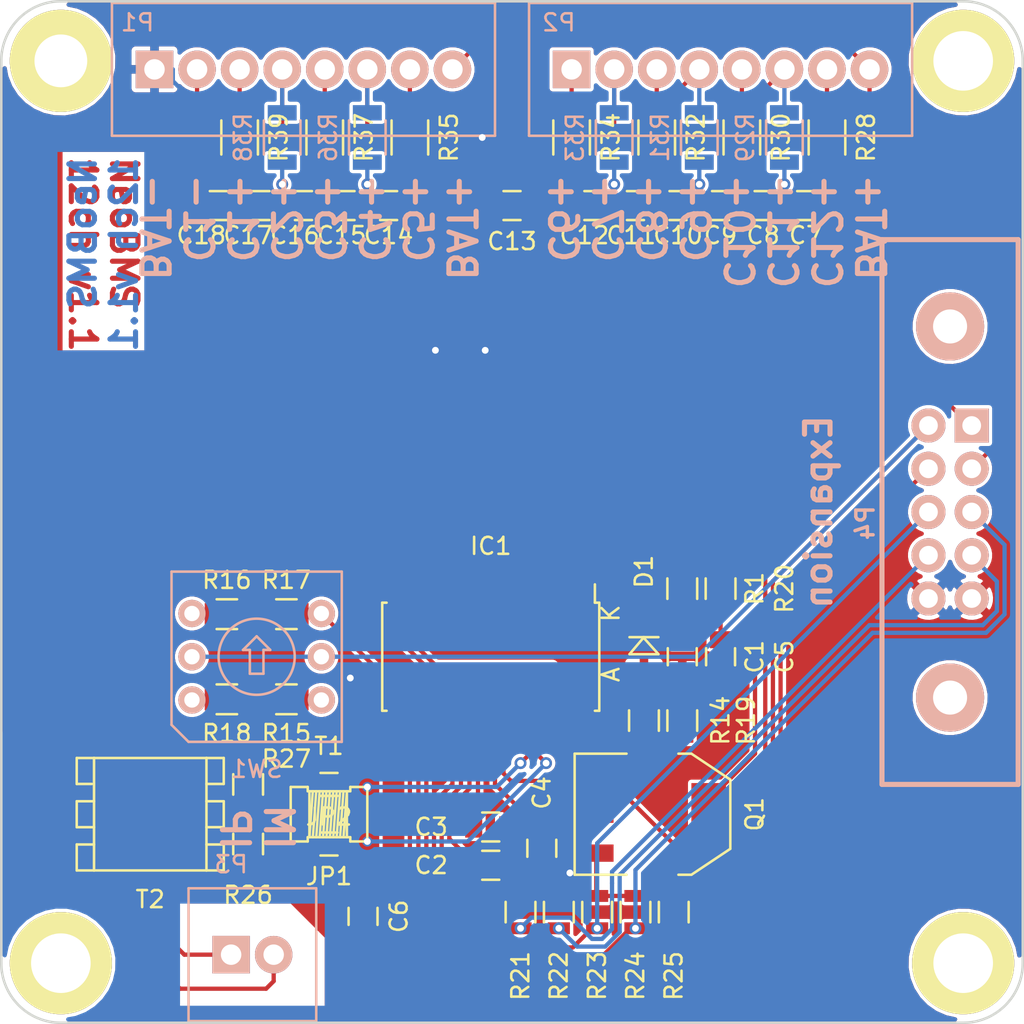
<source format=kicad_pcb>
(kicad_pcb (version 4) (host pcbnew 4.0.5)
  (layers (0 F.Cu signal) (31 B.Cu signal) (34 B.Paste user) (35 F.Paste user) (36 B.SilkS user) (37 F.SilkS user) (38 B.Mask user) (39 F.Mask user) (44 Edge.Cuts user))
  (net 0 "")
  (net 1 "Net-(C1-Pad1)")
  (net 2 GND)
  (net 3 "Net-(C2-Pad1)")
  (net 4 "Net-(C3-Pad1)")
  (net 5 /+5V)
  (net 6 "Net-(C6-Pad1)")
  (net 7 /Cell_12+)
  (net 8 /Cell_11+)
  (net 9 /Cell_10+)
  (net 10 /Cell_9+)
  (net 11 /Cell_8+)
  (net 12 /Cell_7+)
  (net 13 /Cell_6+)
  (net 14 /Cell_5+)
  (net 15 /Cell_4+)
  (net 16 /Cell_3+)
  (net 17 /Cell_2+)
  (net 18 /Cell_1+)
  (net 19 /Cell1-)
  (net 20 /GPIO1)
  (net 21 /GPIO2)
  (net 22 /GPIO3)
  (net 23 /GPIO4)
  (net 24 /GPIO5)
  (net 25 /EN)
  (net 26 "Net-(IC1-Pad41)")
  (net 27 "Net-(IC1-Pad42)")
  (net 28 "Net-(IC1-Pad43)")
  (net 29 "Net-(IC1-Pad44)")
  (net 30 "Net-(IC1-Pad45)")
  (net 31 "Net-(IC1-Pad46)")
  (net 32 "Net-(IC1-Pad47)")
  (net 33 "Net-(IC1-Pad48)")
  (net 34 "Net-(JP1-Pad2)")
  (net 35 "Net-(JP2-Pad2)")
  (net 36 /BAT+)
  (net 37 /IM)
  (net 38 /IP)
  (net 39 "Net-(C7-Pad1)")
  (net 40 "Net-(C7-Pad2)")
  (net 41 "Net-(C8-Pad2)")
  (net 42 "Net-(C10-Pad1)")
  (net 43 "Net-(C10-Pad2)")
  (net 44 "Net-(C11-Pad2)")
  (net 45 "Net-(C12-Pad2)")
  (net 46 "Net-(C13-Pad2)")
  (net 47 "Net-(C14-Pad2)")
  (net 48 "Net-(C15-Pad2)")
  (net 49 "Net-(C16-Pad2)")
  (net 50 "Net-(C17-Pad2)")
  (net 51 /BAT_INT)
  (net 52 "Net-(IC1-Pad39)")
  (module alexmod:WAGO_micro_8 (layer B.Cu) (at 70.5 28)
    (fp_text reference P2 (at -0.75 -2.75) (layer B.SilkS) (effects (justify mirror)))
    (fp_text value "High Cells")
    (pad 2 thru_hole circle (at 2.5 0) (size 2.2 2.2) (drill 1.2) (layers *.Cu *.Mask B.SilkS) (net 12 /Cell_7+))
    (pad 1 thru_hole rect (at 0 0) (size 2.2 2.2) (drill 1.2) (layers *.Cu *.Mask B.SilkS) (net 13 /Cell_6+))
    (pad 8 thru_hole circle (at 17.5 0) (size 2.2 2.2) (drill 1.2) (layers *.Cu *.Mask B.SilkS) (net 36 /BAT+))
    (pad 3 thru_hole circle (at 5 0) (size 2.2 2.2) (drill 1.2) (layers *.Cu *.Mask B.SilkS) (net 11 /Cell_8+))
    (pad 4 thru_hole circle (at 7.5 0) (size 2.2 2.2) (drill 1.2) (layers *.Cu *.Mask B.SilkS) (net 10 /Cell_9+))
    (pad 5 thru_hole circle (at 10 0) (size 2.2 2.2) (drill 1.2) (layers *.Cu *.Mask B.SilkS) (net 9 /Cell_10+))
    (pad 6 thru_hole circle (at 12.5 0) (size 2.2 2.2) (drill 1.2) (layers *.Cu *.Mask B.SilkS) (net 8 /Cell_11+))
    (pad 7 thru_hole circle (at 15 0 270) (size 2.2 2.2) (drill 1.2) (layers *.Cu *.Mask B.SilkS) (net 7 /Cell_12+))
  )
  (module Capacitors_SMD:C_0805 (layer F.Cu) (at 79.25 36 180)
    (fp_text reference C9 (at 0 -1.75 180) (layer F.SilkS))
    (fp_text value 100n)
    (pad 1 smd rect (at -1 0 180) (size 1 1.25) (layers F.Cu F.Paste F.Mask) (net 41 "Net-(C8-Pad2)"))
    (pad 2 smd rect (at 1 0 180) (size 1 1.25) (layers F.Cu F.Paste F.Mask) (net 42 "Net-(C10-Pad1)"))
  )
  (module alexmod:pin_array_2x5_lock (layer B.Cu) (at 92.73 54 270)
    (fp_text reference P4 (at 0.635 4.98 270) (layer B.SilkS) (effects (font (size 1.016 1.016) (thickness 0.2032)) (justify mirror)))
    (fp_text value Expansion hide)
    (pad 1 thru_hole rect (at -5.08 -1.27 270) (size 2 2) (drill 1.1) (layers *.Cu *.Mask B.SilkS) (net 25 /EN))
    (pad 2 thru_hole circle (at -5.08 1.27 270) (size 2 2) (drill 1.1) (layers *.Cu *.Mask B.SilkS) (net 5 /+5V))
    (pad 3 thru_hole circle (at -2.54 -1.27 270) (size 2 2) (drill 1.1) (layers *.Cu *.Mask B.SilkS) (net 51 /BAT_INT))
    (pad 4 thru_hole circle (at -2.54 1.27 270) (size 2 2) (drill 1.1) (layers *.Cu *.Mask B.SilkS) (net 20 /GPIO1))
    (pad 5 thru_hole circle (at 0 -1.27 270) (size 2 2) (drill 1.1) (layers *.Cu *.Mask B.SilkS) (net 21 /GPIO2))
    (pad 6 thru_hole circle (at 0 1.27 270) (size 2 2) (drill 1.1) (layers *.Cu *.Mask B.SilkS) (net 22 /GPIO3))
    (pad 7 thru_hole circle (at 2.54 -1.27 270) (size 2 2) (drill 1.1) (layers *.Cu *.Mask B.SilkS) (net 23 /GPIO4))
    (pad 8 thru_hole circle (at 2.54 1.27 270) (size 2 2) (drill 1.1) (layers *.Cu *.Mask B.SilkS) (net 24 /GPIO5))
    (pad 9 thru_hole circle (at 5.08 -1.27 270) (size 2 2) (drill 1.1) (layers *.Cu *.Mask B.SilkS) (net 2 GND))
    (pad 10 thru_hole circle (at 5.08 1.27 270) (size 2 2) (drill 1.1) (layers *.Cu *.Mask B.SilkS) (net 2 GND))
    (pad "" thru_hole circle (at 10.9 0 270) (size 4 4) (drill 2) (layers *.Cu *.Mask B.SilkS))
    (pad "" thru_hole circle (at -10.9 0 270) (size 4 4) (drill 2) (layers *.Cu *.Mask B.SilkS))
  )
  (module Resistors_SMD:R_0805 (layer F.Cu) (at 79.25 58.5 270)
    (fp_text reference R20 (at 0 -3.75 270) (layer F.SilkS))
    (fp_text value 100)
    (pad 1 smd rect (at -0.95 0 270) (size 0.7 1.3) (layers F.Cu F.Paste F.Mask) (net 36 /BAT+))
    (pad 2 smd rect (at 0.95 0 270) (size 0.7 1.3) (layers F.Cu F.Paste F.Mask) (net 51 /BAT_INT))
  )
  (module alexmod:Hole_31 (layer F.Cu) (at 93.5 80.5)
    (fp_text reference Hole_31 hide)
    (fp_text value VAL** hide)
    (pad 1 thru_hole circle (at 0 0) (size 6 6) (drill 3.5) (layers *.Cu *.Mask F.SilkS))
  )
  (module alexmod:Hole_31 (layer F.Cu) (at 40.5 80.5)
    (fp_text reference Hole_31 hide)
    (fp_text value VAL** hide)
    (pad 1 thru_hole circle (at 0 0) (size 6 6) (drill 3.5) (layers *.Cu *.Mask F.SilkS))
  )
  (module alexmod:Hole_31 (layer F.Cu) (at 40.5 27.5)
    (fp_text reference Hole_31 hide)
    (fp_text value VAL** hide)
    (pad 1 thru_hole circle (at 0 0) (size 6 6) (drill 3.1) (layers *.Cu *.Mask F.SilkS))
  )
  (module TO_SOT_Packages_SMD:SOT-223 (layer F.Cu) (at 75.25 71.75 270)
    (fp_text reference Q1 (at 0 -6 270) (layer F.SilkS))
    (fp_text value Q_NPN_BCEC)
    (pad 4 smd rect (at 0 -3.302 270) (size 3.6576 2.032) (layers F.Cu F.Paste F.Mask) (net 51 /BAT_INT))
    (pad 2 smd rect (at 0 3.302 270) (size 1.016 2.032) (layers F.Cu F.Paste F.Mask) (net 51 /BAT_INT))
    (pad 3 smd rect (at 2.286 3.302 270) (size 1.016 2.032) (layers F.Cu F.Paste F.Mask) (net 5 /+5V))
    (pad 1 smd rect (at -2.286 3.302 270) (size 1.016 2.032) (layers F.Cu F.Paste F.Mask) (net 25 /EN))
  )
  (module Housings_SSOP:TSSOP-48_6.1x12.5mm_Pitch0.5mm (layer F.Cu) (at 65.75 62.5 270)
    (fp_text reference IC1 (at -6.5 0 360) (layer F.SilkS))
    (fp_text value LTC6804-2)
    (pad 1 smd rect (at -3.75 -5.75 270) (size 1 0.285) (layers F.Cu F.Paste F.Mask) (net 1 "Net-(C1-Pad1)"))
    (pad 2 smd rect (at -3.75 -5.25 270) (size 1 0.285) (layers F.Cu F.Paste F.Mask) (net 39 "Net-(C7-Pad1)"))
    (pad 3 smd rect (at -3.75 -4.75 270) (size 1 0.285) (layers F.Cu F.Paste F.Mask) (net 7 /Cell_12+))
    (pad 4 smd rect (at -3.75 -4.25 270) (size 1 0.285) (layers F.Cu F.Paste F.Mask) (net 40 "Net-(C7-Pad2)"))
    (pad 5 smd rect (at -3.75 -3.75 270) (size 1 0.285) (layers F.Cu F.Paste F.Mask) (net 8 /Cell_11+))
    (pad 6 smd rect (at -3.75 -3.25 270) (size 1 0.285) (layers F.Cu F.Paste F.Mask) (net 41 "Net-(C8-Pad2)"))
    (pad 7 smd rect (at -3.75 -2.75 270) (size 1 0.285) (layers F.Cu F.Paste F.Mask) (net 9 /Cell_10+))
    (pad 8 smd rect (at -3.75 -2.25 270) (size 1 0.285) (layers F.Cu F.Paste F.Mask) (net 42 "Net-(C10-Pad1)"))
    (pad 9 smd rect (at -3.75 -1.75 270) (size 1 0.285) (layers F.Cu F.Paste F.Mask) (net 10 /Cell_9+))
    (pad 10 smd rect (at -3.75 -1.25 270) (size 1 0.285) (layers F.Cu F.Paste F.Mask) (net 43 "Net-(C10-Pad2)"))
    (pad 11 smd rect (at -3.75 -0.75 270) (size 1 0.285) (layers F.Cu F.Paste F.Mask) (net 11 /Cell_8+))
    (pad 12 smd rect (at -3.75 -0.25 270) (size 1 0.285) (layers F.Cu F.Paste F.Mask) (net 44 "Net-(C11-Pad2)"))
    (pad 13 smd rect (at -3.75 0.25 270) (size 1 0.285) (layers F.Cu F.Paste F.Mask) (net 12 /Cell_7+))
    (pad 14 smd rect (at -3.75 0.75 270) (size 1 0.285) (layers F.Cu F.Paste F.Mask) (net 45 "Net-(C12-Pad2)"))
    (pad 15 smd rect (at -3.75 1.25 270) (size 1 0.285) (layers F.Cu F.Paste F.Mask) (net 13 /Cell_6+))
    (pad 16 smd rect (at -3.75 1.75 270) (size 1 0.285) (layers F.Cu F.Paste F.Mask) (net 46 "Net-(C13-Pad2)"))
    (pad 17 smd rect (at -3.75 2.25 270) (size 1 0.285) (layers F.Cu F.Paste F.Mask) (net 14 /Cell_5+))
    (pad 18 smd rect (at -3.75 2.75 270) (size 1 0.285) (layers F.Cu F.Paste F.Mask) (net 47 "Net-(C14-Pad2)"))
    (pad 19 smd rect (at -3.75 3.25 270) (size 1 0.285) (layers F.Cu F.Paste F.Mask) (net 15 /Cell_4+))
    (pad 20 smd rect (at -3.75 3.75 270) (size 1 0.285) (layers F.Cu F.Paste F.Mask) (net 48 "Net-(C15-Pad2)"))
    (pad 21 smd rect (at -3.75 4.25 270) (size 1 0.285) (layers F.Cu F.Paste F.Mask) (net 16 /Cell_3+))
    (pad 22 smd rect (at -3.75 4.75 270) (size 1 0.285) (layers F.Cu F.Paste F.Mask) (net 49 "Net-(C16-Pad2)"))
    (pad 23 smd rect (at -3.75 5.25 270) (size 1 0.285) (layers F.Cu F.Paste F.Mask) (net 17 /Cell_2+))
    (pad 24 smd rect (at -3.75 5.75 270) (size 1 0.285) (layers F.Cu F.Paste F.Mask) (net 50 "Net-(C17-Pad2)"))
    (pad 25 smd rect (at 3.75 5.75 270) (size 1 0.285) (layers F.Cu F.Paste F.Mask) (net 18 /Cell_1+))
    (pad 26 smd rect (at 3.75 5.25 270) (size 1 0.285) (layers F.Cu F.Paste F.Mask) (net 19 /Cell1-))
    (pad 27 smd rect (at 3.75 4.75 270) (size 1 0.285) (layers F.Cu F.Paste F.Mask) (net 20 /GPIO1))
    (pad 28 smd rect (at 3.75 4.25 270) (size 1 0.285) (layers F.Cu F.Paste F.Mask) (net 21 /GPIO2))
    (pad 29 smd rect (at 3.75 3.75 270) (size 1 0.285) (layers F.Cu F.Paste F.Mask) (net 22 /GPIO3))
    (pad 30 smd rect (at 3.75 3.25 270) (size 1 0.285) (layers F.Cu F.Paste F.Mask) (net 2 GND))
    (pad 31 smd rect (at 3.75 2.75 270) (size 1 0.285) (layers F.Cu F.Paste F.Mask) (net 2 GND))
    (pad 32 smd rect (at 3.75 2.25 270) (size 1 0.285) (layers F.Cu F.Paste F.Mask) (net 23 /GPIO4))
    (pad 33 smd rect (at 3.75 1.75 270) (size 1 0.285) (layers F.Cu F.Paste F.Mask) (net 24 /GPIO5))
    (pad 34 smd rect (at 3.75 1.25 270) (size 1 0.285) (layers F.Cu F.Paste F.Mask) (net 3 "Net-(C2-Pad1)"))
    (pad 35 smd rect (at 3.75 0.75 270) (size 1 0.285) (layers F.Cu F.Paste F.Mask) (net 4 "Net-(C3-Pad1)"))
    (pad 36 smd rect (at 3.75 0.25 270) (size 1 0.285) (layers F.Cu F.Paste F.Mask) (net 2 GND))
    (pad 37 smd rect (at 3.75 -0.25 270) (size 1 0.285) (layers F.Cu F.Paste F.Mask) (net 5 /+5V))
    (pad 38 smd rect (at 3.75 -0.75 270) (size 1 0.285) (layers F.Cu F.Paste F.Mask) (net 25 /EN))
    (pad 39 smd rect (at 3.75 -1.25 270) (size 1 0.285) (layers F.Cu F.Paste F.Mask) (net 52 "Net-(IC1-Pad39)"))
    (pad 40 smd rect (at 3.75 -1.75 270) (size 1 0.285) (layers F.Cu F.Paste F.Mask) (net 5 /+5V))
    (pad 41 smd rect (at 3.75 -2.25 270) (size 1 0.285) (layers F.Cu F.Paste F.Mask) (net 26 "Net-(IC1-Pad41)"))
    (pad 42 smd rect (at 3.75 -2.75 270) (size 1 0.285) (layers F.Cu F.Paste F.Mask) (net 27 "Net-(IC1-Pad42)"))
    (pad 43 smd rect (at 3.75 -3.25 270) (size 1 0.285) (layers F.Cu F.Paste F.Mask) (net 28 "Net-(IC1-Pad43)"))
    (pad 44 smd rect (at 3.75 -3.75 270) (size 1 0.285) (layers F.Cu F.Paste F.Mask) (net 29 "Net-(IC1-Pad44)"))
    (pad 45 smd rect (at 3.75 -4.25 270) (size 1 0.285) (layers F.Cu F.Paste F.Mask) (net 30 "Net-(IC1-Pad45)"))
    (pad 46 smd rect (at 3.75 -4.75 270) (size 1 0.285) (layers F.Cu F.Paste F.Mask) (net 31 "Net-(IC1-Pad46)"))
    (pad 47 smd rect (at 3.75 -5.25 270) (size 1 0.285) (layers F.Cu F.Paste F.Mask) (net 32 "Net-(IC1-Pad47)"))
    (pad 48 smd rect (at 3.75 -5.75 270) (size 1 0.285) (layers F.Cu F.Paste F.Mask) (net 33 "Net-(IC1-Pad48)"))
  )
  (module alexmod:WAGO_micro_8 (layer B.Cu) (at 46 28)
    (fp_text reference P1 (at -1 -2.75) (layer B.SilkS) (effects (justify mirror)))
    (fp_text value "Low Cells")
    (pad 2 thru_hole circle (at 2.5 0) (size 2.2 2.2) (drill 1.2) (layers *.Cu *.Mask B.SilkS) (net 19 /Cell1-))
    (pad 1 thru_hole rect (at 0 0) (size 2.2 2.2) (drill 1.2) (layers *.Cu *.Mask B.SilkS) (net 2 GND))
    (pad 8 thru_hole circle (at 17.5 0) (size 2.2 2.2) (drill 1.2) (layers *.Cu *.Mask B.SilkS) (net 36 /BAT+))
    (pad 3 thru_hole circle (at 5 0) (size 2.2 2.2) (drill 1.2) (layers *.Cu *.Mask B.SilkS) (net 18 /Cell_1+))
    (pad 4 thru_hole circle (at 7.5 0) (size 2.2 2.2) (drill 1.2) (layers *.Cu *.Mask B.SilkS) (net 17 /Cell_2+))
    (pad 5 thru_hole circle (at 10 0) (size 2.2 2.2) (drill 1.2) (layers *.Cu *.Mask B.SilkS) (net 16 /Cell_3+))
    (pad 6 thru_hole circle (at 12.5 0) (size 2.2 2.2) (drill 1.2) (layers *.Cu *.Mask B.SilkS) (net 15 /Cell_4+))
    (pad 7 thru_hole circle (at 15 0 270) (size 2.2 2.2) (drill 1.2) (layers *.Cu *.Mask B.SilkS) (net 14 /Cell_5+))
  )
  (module Capacitors_SMD:C_0805 (layer F.Cu) (at 77 62.5 270)
    (fp_text reference C1 (at 0 -4.25 270) (layer F.SilkS))
    (fp_text value 100n)
    (pad 1 smd rect (at -1 0 270) (size 1 1.25) (layers F.Cu F.Paste F.Mask) (net 1 "Net-(C1-Pad1)"))
    (pad 2 smd rect (at 1 0 270) (size 1 1.25) (layers F.Cu F.Paste F.Mask) (net 2 GND))
  )
  (module Capacitors_SMD:C_0805 (layer F.Cu) (at 65.75 74.75)
    (fp_text reference C2 (at -3.5 0) (layer F.SilkS))
    (fp_text value 1µ)
    (pad 1 smd rect (at -1 0) (size 1 1.25) (layers F.Cu F.Paste F.Mask) (net 3 "Net-(C2-Pad1)"))
    (pad 2 smd rect (at 1 0) (size 1 1.25) (layers F.Cu F.Paste F.Mask) (net 2 GND))
  )
  (module Capacitors_SMD:C_0805 (layer F.Cu) (at 65.75 72.5)
    (fp_text reference C3 (at -3.5 0) (layer F.SilkS))
    (fp_text value 1µ)
    (pad 1 smd rect (at -1 0) (size 1 1.25) (layers F.Cu F.Paste F.Mask) (net 4 "Net-(C3-Pad1)"))
    (pad 2 smd rect (at 1 0) (size 1 1.25) (layers F.Cu F.Paste F.Mask) (net 2 GND))
  )
  (module Capacitors_SMD:C_0805 (layer F.Cu) (at 68.75 73.75 270)
    (fp_text reference C4 (at -3.25 0 270) (layer F.SilkS))
    (fp_text value 1µ)
    (pad 1 smd rect (at -1 0 270) (size 1 1.25) (layers F.Cu F.Paste F.Mask) (net 5 /+5V))
    (pad 2 smd rect (at 1 0 270) (size 1 1.25) (layers F.Cu F.Paste F.Mask) (net 2 GND))
  )
  (module Capacitors_SMD:C_0805 (layer F.Cu) (at 79.25 62.5 270)
    (fp_text reference C5 (at 0 -3.75 270) (layer F.SilkS))
    (fp_text value 100n)
    (pad 1 smd rect (at -1 0 270) (size 1 1.25) (layers F.Cu F.Paste F.Mask) (net 51 /BAT_INT))
    (pad 2 smd rect (at 1 0 270) (size 1 1.25) (layers F.Cu F.Paste F.Mask) (net 2 GND))
  )
  (module Capacitors_SMD:C_0805 (layer F.Cu) (at 58.25 77.75 270)
    (fp_text reference C6 (at 0 -2.1 270) (layer F.SilkS))
    (fp_text value 100p)
    (pad 1 smd rect (at -1 0 270) (size 1 1.25) (layers F.Cu F.Paste F.Mask) (net 6 "Net-(C6-Pad1)"))
    (pad 2 smd rect (at 1 0 270) (size 1 1.25) (layers F.Cu F.Paste F.Mask) (net 2 GND))
  )
  (module Diodes_SMD:MiniMELF_Standard (layer F.Cu) (at 74.75 61.74994 270)
    (fp_text reference D1 (at -4.24994 0 270) (layer F.SilkS))
    (fp_text value 62V)
    (fp_text user K (at -1.8 1.95 270) (layer F.SilkS))
    (fp_text user A (at 1.8 1.95 270) (layer F.SilkS))
    (pad 1 smd rect (at -1.75006 0 270) (size 1.30048 1.69926) (layers F.Cu F.Paste F.Mask) (net 1 "Net-(C1-Pad1)"))
    (pad 2 smd rect (at 1.75006 0 270) (size 1.30048 1.69926) (layers F.Cu F.Paste F.Mask) (net 2 GND))
  )
  (module Resistors_SMD:R_0603 (layer F.Cu) (at 56.25 73.5 180)
    (fp_text reference JP1 (at 0 -1.9 180) (layer F.SilkS))
    (fp_text value Jumper_NO_Small)
    (pad 1 smd rect (at -0.75 0 180) (size 0.5 0.9) (layers F.Cu F.Paste F.Mask) (net 27 "Net-(IC1-Pad42)"))
    (pad 2 smd rect (at 0.75 0 180) (size 0.5 0.9) (layers F.Cu F.Paste F.Mask) (net 34 "Net-(JP1-Pad2)"))
  )
  (module Resistors_SMD:R_0603 (layer F.Cu) (at 56.25 70 180)
    (fp_text reference JP2 (at 0 -1.9 180) (layer F.SilkS))
    (fp_text value Jumper_NO_Small)
    (pad 1 smd rect (at -0.75 0 180) (size 0.5 0.9) (layers F.Cu F.Paste F.Mask) (net 26 "Net-(IC1-Pad41)"))
    (pad 2 smd rect (at 0.75 0 180) (size 0.5 0.9) (layers F.Cu F.Paste F.Mask) (net 35 "Net-(JP2-Pad2)"))
  )
  (module alexmod:WAGO_micro_2 (layer B.Cu) (at 50.5 80)
    (fp_text reference P3 (at 0 -5.3) (layer B.SilkS) (effects (justify mirror)))
    (fp_text value BUS)
    (pad 2 thru_hole circle (at 2.5 0) (size 2.2 2.2) (drill 1.2) (layers *.Cu *.Mask B.SilkS) (net 37 /IM))
    (pad 1 thru_hole rect (at 0 0) (size 2.2 2.2) (drill 1.2) (layers *.Cu *.Mask B.SilkS) (net 38 /IP))
  )
  (module Resistors_SMD:R_0805 (layer F.Cu) (at 77 58.5 270)
    (fp_text reference R1 (at 0 -4.25 270) (layer F.SilkS))
    (fp_text value 100)
    (pad 1 smd rect (at -0.95 0 270) (size 0.7 1.3) (layers F.Cu F.Paste F.Mask) (net 36 /BAT+))
    (pad 2 smd rect (at 0.95 0 270) (size 0.7 1.3) (layers F.Cu F.Paste F.Mask) (net 1 "Net-(C1-Pad1)"))
  )
  (module Resistors_SMD:R_0805 (layer F.Cu) (at 74.75 66.25 90)
    (fp_text reference R14 (at 0 4.5 90) (layer F.SilkS))
    (fp_text value 1k5)
    (pad 1 smd rect (at -0.95 0 90) (size 0.7 1.3) (layers F.Cu F.Paste F.Mask) (net 28 "Net-(IC1-Pad43)"))
    (pad 2 smd rect (at 0.95 0 90) (size 0.7 1.3) (layers F.Cu F.Paste F.Mask) (net 29 "Net-(IC1-Pad44)"))
  )
  (module Resistors_SMD:R_0805 (layer F.Cu) (at 53.75 65)
    (fp_text reference R15 (at 0 2) (layer F.SilkS))
    (fp_text value 100k)
    (pad 1 smd rect (at -0.95 0) (size 0.7 1.3) (layers F.Cu F.Paste F.Mask) (net 2 GND))
    (pad 2 smd rect (at 0.95 0) (size 0.7 1.3) (layers F.Cu F.Paste F.Mask) (net 33 "Net-(IC1-Pad48)"))
  )
  (module Resistors_SMD:R_0805 (layer F.Cu) (at 50.25 60 180)
    (fp_text reference R16 (at 0 2 180) (layer F.SilkS))
    (fp_text value 100k)
    (pad 1 smd rect (at -0.95 0 180) (size 0.7 1.3) (layers F.Cu F.Paste F.Mask) (net 2 GND))
    (pad 2 smd rect (at 0.95 0 180) (size 0.7 1.3) (layers F.Cu F.Paste F.Mask) (net 32 "Net-(IC1-Pad47)"))
  )
  (module Resistors_SMD:R_0805 (layer F.Cu) (at 53.75 60)
    (fp_text reference R17 (at 0 -2) (layer F.SilkS))
    (fp_text value 100k)
    (pad 1 smd rect (at -0.95 0) (size 0.7 1.3) (layers F.Cu F.Paste F.Mask) (net 2 GND))
    (pad 2 smd rect (at 0.95 0) (size 0.7 1.3) (layers F.Cu F.Paste F.Mask) (net 31 "Net-(IC1-Pad46)"))
  )
  (module Resistors_SMD:R_0805 (layer F.Cu) (at 50.25 65 180)
    (fp_text reference R18 (at 0 -2 180) (layer F.SilkS))
    (fp_text value 100k)
    (pad 1 smd rect (at -0.95 0 180) (size 0.7 1.3) (layers F.Cu F.Paste F.Mask) (net 2 GND))
    (pad 2 smd rect (at 0.95 0 180) (size 0.7 1.3) (layers F.Cu F.Paste F.Mask) (net 30 "Net-(IC1-Pad45)"))
  )
  (module Resistors_SMD:R_0805 (layer F.Cu) (at 77 66.25 270)
    (fp_text reference R19 (at 0 -3.75 270) (layer F.SilkS))
    (fp_text value 470)
    (pad 1 smd rect (at -0.95 0 270) (size 0.7 1.3) (layers F.Cu F.Paste F.Mask) (net 2 GND))
    (pad 2 smd rect (at 0.95 0 270) (size 0.7 1.3) (layers F.Cu F.Paste F.Mask) (net 28 "Net-(IC1-Pad43)"))
  )
  (module Resistors_SMD:R_0805 (layer F.Cu) (at 67.5 77.5 270)
    (fp_text reference R21 (at 3.75 0 270) (layer F.SilkS))
    (fp_text value 10k)
    (pad 1 smd rect (at -0.95 0 270) (size 0.7 1.3) (layers F.Cu F.Paste F.Mask) (net 5 /+5V))
    (pad 2 smd rect (at 0.95 0 270) (size 0.7 1.3) (layers F.Cu F.Paste F.Mask) (net 24 /GPIO5))
  )
  (module Resistors_SMD:R_0805 (layer F.Cu) (at 69.75 77.5 270)
    (fp_text reference R22 (at 3.75 0 270) (layer F.SilkS))
    (fp_text value 10k)
    (pad 1 smd rect (at -0.95 0 270) (size 0.7 1.3) (layers F.Cu F.Paste F.Mask) (net 5 /+5V))
    (pad 2 smd rect (at 0.95 0 270) (size 0.7 1.3) (layers F.Cu F.Paste F.Mask) (net 23 /GPIO4))
  )
  (module Resistors_SMD:R_0805 (layer F.Cu) (at 72 77.5 270)
    (fp_text reference R23 (at 3.75 0 270) (layer F.SilkS))
    (fp_text value 10k)
    (pad 1 smd rect (at -0.95 0 270) (size 0.7 1.3) (layers F.Cu F.Paste F.Mask) (net 5 /+5V))
    (pad 2 smd rect (at 0.95 0 270) (size 0.7 1.3) (layers F.Cu F.Paste F.Mask) (net 22 /GPIO3))
  )
  (module Resistors_SMD:R_0805 (layer F.Cu) (at 74.25 77.5 270)
    (fp_text reference R24 (at 3.75 0 270) (layer F.SilkS))
    (fp_text value 10k)
    (pad 1 smd rect (at -0.95 0 270) (size 0.7 1.3) (layers F.Cu F.Paste F.Mask) (net 5 /+5V))
    (pad 2 smd rect (at 0.95 0 270) (size 0.7 1.3) (layers F.Cu F.Paste F.Mask) (net 21 /GPIO2))
  )
  (module Resistors_SMD:R_0805 (layer F.Cu) (at 76.5 77.5 270)
    (fp_text reference R25 (at 3.75 0 270) (layer F.SilkS))
    (fp_text value 10k)
    (pad 1 smd rect (at -0.95 0 270) (size 0.7 1.3) (layers F.Cu F.Paste F.Mask) (net 5 /+5V))
    (pad 2 smd rect (at 0.95 0 270) (size 0.7 1.3) (layers F.Cu F.Paste F.Mask) (net 20 /GPIO1))
  )
  (module Resistors_SMD:R_0805 (layer F.Cu) (at 51.5 73.5 90)
    (fp_text reference R26 (at -3 0 180) (layer F.SilkS))
    (fp_text value 68)
    (pad 1 smd rect (at -0.95 0 90) (size 0.7 1.3) (layers F.Cu F.Paste F.Mask) (net 34 "Net-(JP1-Pad2)"))
    (pad 2 smd rect (at 0.95 0 90) (size 0.7 1.3) (layers F.Cu F.Paste F.Mask) (net 6 "Net-(C6-Pad1)"))
  )
  (module Resistors_SMD:R_0805 (layer F.Cu) (at 51.5 70 90)
    (fp_text reference R27 (at 1.5 2.25 180) (layer F.SilkS))
    (fp_text value 68)
    (pad 1 smd rect (at -0.95 0 90) (size 0.7 1.3) (layers F.Cu F.Paste F.Mask) (net 6 "Net-(C6-Pad1)"))
    (pad 2 smd rect (at 0.95 0 90) (size 0.7 1.3) (layers F.Cu F.Paste F.Mask) (net 35 "Net-(JP2-Pad2)"))
  )
  (module alexmod:Codingswitch (layer B.Cu) (at 52 62.5)
    (fp_text reference SW1 (at 0 6.6) (layer B.SilkS) (effects (justify mirror)))
    (fp_text value Address)
    (pad 4 thru_hole circle (at -3.8 -2.54) (size 1.6 1.6) (drill 0.9) (layers *.Cu *.Mask B.SilkS) (net 32 "Net-(IC1-Pad47)"))
    (pad 1 thru_hole circle (at -3.8 0) (size 1.6 1.6) (drill 0.9) (layers *.Cu *.Mask B.SilkS) (net 5 /+5V))
    (pad 2 thru_hole circle (at -3.8 2.54) (size 1.6 1.6) (drill 0.9) (layers *.Cu *.Mask B.SilkS) (net 30 "Net-(IC1-Pad45)"))
    (pad 5 thru_hole circle (at 3.8 2.54) (size 1.6 1.6) (drill 0.9) (layers *.Cu *.Mask B.SilkS) (net 33 "Net-(IC1-Pad48)"))
    (pad 1 thru_hole circle (at 3.8 0) (size 1.6 1.6) (drill 0.9) (layers *.Cu *.Mask B.SilkS) (net 5 /+5V))
    (pad 3 thru_hole circle (at 3.8 -2.54) (size 1.6 1.6) (drill 0.9) (layers *.Cu *.Mask B.SilkS) (net 31 "Net-(IC1-Pad46)"))
  )
  (module alexmod:DLW43S (layer F.Cu) (at 56.25 71.75 180)
    (fp_text reference T1 (at 0 4 180) (layer F.SilkS))
    (fp_text value "CM Choke")
    (pad 1 smd rect (at -2.25 1.6) (size 1.4 1.6) (layers F.Cu F.Paste F.Mask) (net 26 "Net-(IC1-Pad41)"))
    (pad 2 smd rect (at 2.25 1.6) (size 1.4 1.6) (layers F.Cu F.Paste F.Mask) (net 35 "Net-(JP2-Pad2)"))
    (pad 3 smd rect (at 2.25 -1.6) (size 1.4 1.6) (layers F.Cu F.Paste F.Mask) (net 34 "Net-(JP1-Pad2)"))
    (pad 4 smd rect (at -2.25 -1.6) (size 1.4 1.6) (layers F.Cu F.Paste F.Mask) (net 27 "Net-(IC1-Pad42)"))
  )
  (module alexmod:PE-68386NL (layer F.Cu) (at 45.75 71.75)
    (fp_text reference T2 (at 0 5) (layer F.SilkS))
    (fp_text value PE-68386N)
    (pad 1 smd rect (at -3.3655 -2.54) (size 1.143 2.032) (layers F.Cu F.Paste F.Mask) (net 37 /IM))
    (pad "" smd rect (at -3.3655 0) (size 1.143 2.032) (layers F.Cu F.Paste F.Mask))
    (pad 2 smd rect (at -3.3655 2.54) (size 1.143 2.032) (layers F.Cu F.Paste F.Mask) (net 38 /IP))
    (pad 4 smd rect (at 3.3655 -2.5) (size 1.143 2.032) (layers F.Cu F.Paste F.Mask) (net 35 "Net-(JP2-Pad2)"))
    (pad "" smd rect (at 3.3655 0.02) (size 1.143 2.032) (layers F.Cu F.Paste F.Mask))
    (pad 3 smd rect (at 3.3655 2.54) (size 1.143 2.032) (layers F.Cu F.Paste F.Mask) (net 34 "Net-(JP1-Pad2)"))
  )
  (module Capacitors_SMD:C_0805 (layer F.Cu) (at 84.25 36 180)
    (fp_text reference C7 (at 0 -1.75 180) (layer F.SilkS))
    (fp_text value 100n)
    (pad 1 smd rect (at -1 0 180) (size 1 1.25) (layers F.Cu F.Paste F.Mask) (net 39 "Net-(C7-Pad1)"))
    (pad 2 smd rect (at 1 0 180) (size 1 1.25) (layers F.Cu F.Paste F.Mask) (net 40 "Net-(C7-Pad2)"))
  )
  (module Capacitors_SMD:C_0805 (layer F.Cu) (at 81.75 36 180)
    (fp_text reference C8 (at 0 -1.75 180) (layer F.SilkS))
    (fp_text value 100n)
    (pad 1 smd rect (at -1 0 180) (size 1 1.25) (layers F.Cu F.Paste F.Mask) (net 40 "Net-(C7-Pad2)"))
    (pad 2 smd rect (at 1 0 180) (size 1 1.25) (layers F.Cu F.Paste F.Mask) (net 41 "Net-(C8-Pad2)"))
  )
  (module Capacitors_SMD:C_0805 (layer F.Cu) (at 76.75 36 180)
    (fp_text reference C10 (at 0 -1.75 180) (layer F.SilkS))
    (fp_text value 100n)
    (pad 1 smd rect (at -1 0 180) (size 1 1.25) (layers F.Cu F.Paste F.Mask) (net 42 "Net-(C10-Pad1)"))
    (pad 2 smd rect (at 1 0 180) (size 1 1.25) (layers F.Cu F.Paste F.Mask) (net 43 "Net-(C10-Pad2)"))
  )
  (module Capacitors_SMD:C_0805 (layer F.Cu) (at 74.25 36 180)
    (fp_text reference C11 (at 0.25 -1.75 180) (layer F.SilkS))
    (fp_text value 100n)
    (pad 1 smd rect (at -1 0 180) (size 1 1.25) (layers F.Cu F.Paste F.Mask) (net 43 "Net-(C10-Pad2)"))
    (pad 2 smd rect (at 1 0 180) (size 1 1.25) (layers F.Cu F.Paste F.Mask) (net 44 "Net-(C11-Pad2)"))
  )
  (module Capacitors_SMD:C_0805 (layer F.Cu) (at 71.75 36 180)
    (fp_text reference C12 (at 0.5 -1.75 180) (layer F.SilkS))
    (fp_text value 100n)
    (pad 1 smd rect (at -1 0 180) (size 1 1.25) (layers F.Cu F.Paste F.Mask) (net 44 "Net-(C11-Pad2)"))
    (pad 2 smd rect (at 1 0 180) (size 1 1.25) (layers F.Cu F.Paste F.Mask) (net 45 "Net-(C12-Pad2)"))
  )
  (module Capacitors_SMD:C_0805 (layer F.Cu) (at 67 36 180)
    (fp_text reference C13 (at 0 -2.1 180) (layer F.SilkS))
    (fp_text value 100n)
    (pad 1 smd rect (at -1 0 180) (size 1 1.25) (layers F.Cu F.Paste F.Mask) (net 45 "Net-(C12-Pad2)"))
    (pad 2 smd rect (at 1 0 180) (size 1 1.25) (layers F.Cu F.Paste F.Mask) (net 46 "Net-(C13-Pad2)"))
  )
  (module Capacitors_SMD:C_0805 (layer F.Cu) (at 59.75 36 180)
    (fp_text reference C14 (at 0 -1.75 180) (layer F.SilkS))
    (fp_text value 100n)
    (pad 1 smd rect (at -1 0 180) (size 1 1.25) (layers F.Cu F.Paste F.Mask) (net 46 "Net-(C13-Pad2)"))
    (pad 2 smd rect (at 1 0 180) (size 1 1.25) (layers F.Cu F.Paste F.Mask) (net 47 "Net-(C14-Pad2)"))
  )
  (module Capacitors_SMD:C_0805 (layer F.Cu) (at 57.25 36 180)
    (fp_text reference C15 (at 0.25 -1.75 180) (layer F.SilkS))
    (fp_text value 100n)
    (pad 1 smd rect (at -1 0 180) (size 1 1.25) (layers F.Cu F.Paste F.Mask) (net 47 "Net-(C14-Pad2)"))
    (pad 2 smd rect (at 1 0 180) (size 1 1.25) (layers F.Cu F.Paste F.Mask) (net 48 "Net-(C15-Pad2)"))
  )
  (module Capacitors_SMD:C_0805 (layer F.Cu) (at 54.75 36 180)
    (fp_text reference C16 (at 0.5 -1.75 180) (layer F.SilkS))
    (fp_text value 100n)
    (pad 1 smd rect (at -1 0 180) (size 1 1.25) (layers F.Cu F.Paste F.Mask) (net 48 "Net-(C15-Pad2)"))
    (pad 2 smd rect (at 1 0 180) (size 1 1.25) (layers F.Cu F.Paste F.Mask) (net 49 "Net-(C16-Pad2)"))
  )
  (module Capacitors_SMD:C_0805 (layer F.Cu) (at 52.25 36 180)
    (fp_text reference C17 (at 0.75 -1.75 180) (layer F.SilkS))
    (fp_text value 100n)
    (pad 1 smd rect (at -1 0 180) (size 1 1.25) (layers F.Cu F.Paste F.Mask) (net 49 "Net-(C16-Pad2)"))
    (pad 2 smd rect (at 1 0 180) (size 1 1.25) (layers F.Cu F.Paste F.Mask) (net 50 "Net-(C17-Pad2)"))
  )
  (module Capacitors_SMD:C_0805 (layer F.Cu) (at 49.75 36 180)
    (fp_text reference C18 (at 1 -1.75 180) (layer F.SilkS))
    (fp_text value 100n)
    (pad 1 smd rect (at -1 0 180) (size 1 1.25) (layers F.Cu F.Paste F.Mask) (net 50 "Net-(C17-Pad2)"))
    (pad 2 smd rect (at 1 0 180) (size 1 1.25) (layers F.Cu F.Paste F.Mask) (net 19 /Cell1-))
  )
  (module alexmod:Hole_31 (layer F.Cu) (at 93.5 27.5)
    (fp_text reference Hole_31 hide)
    (fp_text value VAL** hide)
    (pad 1 thru_hole circle (at 0 0) (size 6 6) (drill 3.5) (layers *.Cu *.Mask F.SilkS))
  )
  (module Resistors_SMD:R_1206 (layer F.Cu) (at 85.5 32 270)
    (fp_text reference R28 (at 0 -2.3 270) (layer F.SilkS))
    (fp_text value 100)
    (pad 1 smd rect (at -1.45 0 270) (size 0.9 1.7) (layers F.Cu F.Paste F.Mask) (net 7 /Cell_12+))
    (pad 2 smd rect (at 1.45 0 270) (size 0.9 1.7) (layers F.Cu F.Paste F.Mask) (net 39 "Net-(C7-Pad1)"))
  )
  (module Resistors_SMD:R_1206 (layer B.Cu) (at 83 32 270)
    (fp_text reference R29 (at 0 2.3 270) (layer B.SilkS) (effects (justify mirror)))
    (fp_text value 100)
    (pad 1 smd rect (at -1.45 0 270) (size 0.9 1.7) (layers B.Cu B.Paste B.Mask) (net 8 /Cell_11+))
    (pad 2 smd rect (at 1.45 0 270) (size 0.9 1.7) (layers B.Cu B.Paste B.Mask) (net 40 "Net-(C7-Pad2)"))
  )
  (module Resistors_SMD:R_1206 (layer F.Cu) (at 80.5 32 270)
    (fp_text reference R30 (at 0 -2.3 270) (layer F.SilkS))
    (fp_text value 100)
    (pad 1 smd rect (at -1.45 0 270) (size 0.9 1.7) (layers F.Cu F.Paste F.Mask) (net 9 /Cell_10+))
    (pad 2 smd rect (at 1.45 0 270) (size 0.9 1.7) (layers F.Cu F.Paste F.Mask) (net 41 "Net-(C8-Pad2)"))
  )
  (module Resistors_SMD:R_1206 (layer B.Cu) (at 78 32 270)
    (fp_text reference R31 (at 0 2.3 270) (layer B.SilkS) (effects (justify mirror)))
    (fp_text value 100)
    (pad 1 smd rect (at -1.45 0 270) (size 0.9 1.7) (layers B.Cu B.Paste B.Mask) (net 10 /Cell_9+))
    (pad 2 smd rect (at 1.45 0 270) (size 0.9 1.7) (layers B.Cu B.Paste B.Mask) (net 42 "Net-(C10-Pad1)"))
  )
  (module Resistors_SMD:R_1206 (layer F.Cu) (at 75.5 32 270)
    (fp_text reference R32 (at 0 -2.3 270) (layer F.SilkS))
    (fp_text value 100)
    (pad 1 smd rect (at -1.45 0 270) (size 0.9 1.7) (layers F.Cu F.Paste F.Mask) (net 11 /Cell_8+))
    (pad 2 smd rect (at 1.45 0 270) (size 0.9 1.7) (layers F.Cu F.Paste F.Mask) (net 43 "Net-(C10-Pad2)"))
  )
  (module Resistors_SMD:R_1206 (layer B.Cu) (at 73 32 270)
    (fp_text reference R33 (at 0 2.3 270) (layer B.SilkS) (effects (justify mirror)))
    (fp_text value 100)
    (pad 1 smd rect (at -1.45 0 270) (size 0.9 1.7) (layers B.Cu B.Paste B.Mask) (net 12 /Cell_7+))
    (pad 2 smd rect (at 1.45 0 270) (size 0.9 1.7) (layers B.Cu B.Paste B.Mask) (net 44 "Net-(C11-Pad2)"))
  )
  (module Resistors_SMD:R_1206 (layer F.Cu) (at 70.5 32 270)
    (fp_text reference R34 (at 0 -2.3 270) (layer F.SilkS))
    (fp_text value 100)
    (pad 1 smd rect (at -1.45 0 270) (size 0.9 1.7) (layers F.Cu F.Paste F.Mask) (net 13 /Cell_6+))
    (pad 2 smd rect (at 1.45 0 270) (size 0.9 1.7) (layers F.Cu F.Paste F.Mask) (net 45 "Net-(C12-Pad2)"))
  )
  (module Resistors_SMD:R_1206 (layer F.Cu) (at 61 32 270)
    (fp_text reference R35 (at 0 -2.3 270) (layer F.SilkS))
    (fp_text value 100)
    (pad 1 smd rect (at -1.45 0 270) (size 0.9 1.7) (layers F.Cu F.Paste F.Mask) (net 14 /Cell_5+))
    (pad 2 smd rect (at 1.45 0 270) (size 0.9 1.7) (layers F.Cu F.Paste F.Mask) (net 46 "Net-(C13-Pad2)"))
  )
  (module Resistors_SMD:R_1206 (layer B.Cu) (at 58.5 32 270)
    (fp_text reference R36 (at 0 2.3 270) (layer B.SilkS) (effects (justify mirror)))
    (fp_text value 100)
    (pad 1 smd rect (at -1.45 0 270) (size 0.9 1.7) (layers B.Cu B.Paste B.Mask) (net 15 /Cell_4+))
    (pad 2 smd rect (at 1.45 0 270) (size 0.9 1.7) (layers B.Cu B.Paste B.Mask) (net 47 "Net-(C14-Pad2)"))
  )
  (module Resistors_SMD:R_1206 (layer F.Cu) (at 56 32 270)
    (fp_text reference R37 (at 0 -2.3 270) (layer F.SilkS))
    (fp_text value 100)
    (pad 1 smd rect (at -1.45 0 270) (size 0.9 1.7) (layers F.Cu F.Paste F.Mask) (net 16 /Cell_3+))
    (pad 2 smd rect (at 1.45 0 270) (size 0.9 1.7) (layers F.Cu F.Paste F.Mask) (net 48 "Net-(C15-Pad2)"))
  )
  (module Resistors_SMD:R_1206 (layer B.Cu) (at 53.5 32 270)
    (fp_text reference R38 (at 0 2.3 270) (layer B.SilkS) (effects (justify mirror)))
    (fp_text value 100)
    (pad 1 smd rect (at -1.45 0 270) (size 0.9 1.7) (layers B.Cu B.Paste B.Mask) (net 17 /Cell_2+))
    (pad 2 smd rect (at 1.45 0 270) (size 0.9 1.7) (layers B.Cu B.Paste B.Mask) (net 49 "Net-(C16-Pad2)"))
  )
  (module Resistors_SMD:R_1206 (layer F.Cu) (at 51 32 270)
    (fp_text reference R39 (at 0 -2.3 270) (layer F.SilkS))
    (fp_text value 100)
    (pad 1 smd rect (at -1.45 0 270) (size 0.9 1.7) (layers F.Cu F.Paste F.Mask) (net 18 /Cell_1+))
    (pad 2 smd rect (at 1.45 0 270) (size 0.9 1.7) (layers F.Cu F.Paste F.Mask) (net 50 "Net-(C17-Pad2)"))
  )
  (gr_text "BAT+\nC12+\nC11+\nC10+\nC9+\nC8+\nC7+\nC6+" (at 79 34 270) (layer B.SilkS) (effects (font (size 1.6 1.6) (thickness 0.3)) (justify right mirror)))
  (gr_arc (start 93.5 80.5) (end 97 80.5) (angle 90) (layer Edge.Cuts) (width 0.15))
  (gr_arc (start 40.5 80.5) (end 40.5 84) (angle 90) (layer Edge.Cuts) (width 0.15))
  (gr_arc (start 40.5 27.5) (end 37 27.5) (angle 90) (layer Edge.Cuts) (width 0.15))
  (gr_arc (start 93.5 27.5) (end 93.5 24) (angle 90) (layer Edge.Cuts) (width 0.15))
  (gr_text "IM\nIP" (at 52 74 270) (layer B.SilkS) (effects (font (size 1.6 1.6) (thickness 0.3)) (justify left mirror)))
  (gr_text Expansion (at 85 54 90) (layer B.SilkS) (effects (font (size 1.5 1.5) (thickness 0.3)) (justify mirror)))
  (gr_text "BAT+\nC5+\nC4+\nC3+\nC2+\nC1+\nC1-\nBAT-" (at 55 34 270) (layer B.SilkS) (effects (font (size 1.6 1.6) (thickness 0.3)) (justify right mirror)))
  (gr_text "NeoBMS\n12ch v1.1" (at 43 33 90) (layer B.Cu) (effects (font (size 1.5 1.5) (thickness 0.3)) (justify left mirror)))
  (gr_text "NeoBMS\n12ch v1.1" (at 43 33 270) (layer F.Cu) (effects (font (size 1.5 1.5) (thickness 0.3)) (justify left)))
  (gr_line (start 93.5 24) (end 40.5 24) (layer Edge.Cuts) (width 0.15))
  (gr_line (start 97 80.5) (end 97 27.5) (layer Edge.Cuts) (width 0.15))
  (gr_line (start 40.5 84) (end 93.5 84) (layer Edge.Cuts) (width 0.15))
  (gr_line (start 37 27.5) (end 37 80.5) (layer Edge.Cuts) (width 0.15))
  (segment (start 71.5 58.75) (end 73.30073 58.75) (width 0.25) (layer F.Cu) (net 1))
  (segment (start 73.30073 58.75) (end 74.55061 59.99988) (width 0.25) (layer F.Cu) (net 1))
  (segment (start 74.55061 59.99988) (end 74.75 59.99988) (width 0.25) (layer F.Cu) (net 1))
  (segment (start 77 61.5) (end 77 59.45) (width 0.25) (layer F.Cu) (net 1))
  (segment (start 77 59.45) (end 75.29988 59.45) (width 0.25) (layer F.Cu) (net 1))
  (segment (start 75.29988 59.45) (end 74.75 59.99988) (width 0.25) (layer F.Cu) (net 1))
  (segment (start 77 61.5) (end 76.875 61.5) (width 0.25) (layer F.Cu) (net 1))
  (segment (start 65.25 44.327202) (end 65.424899 44.502101) (width 0.25) (layer B.Cu) (net 2))
  (segment (start 65.25 32) (end 65.25 44.327202) (width 0.25) (layer B.Cu) (net 2))
  (segment (start 65.422798 44.5) (end 65.424899 44.502101) (width 0.25) (layer B.Cu) (net 2))
  (segment (start 62.5 44.5) (end 65.422798 44.5) (width 0.25) (layer B.Cu) (net 2))
  (via (at 65.424899 44.502101) (size 0.7) (drill 0.4) (layers F.Cu B.Cu) (net 2))
  (segment (start 68.75 74.75) (end 69.95 74.75) (width 0.25) (layer F.Cu) (net 2))
  (segment (start 69.95 74.75) (end 70.4 75.2) (width 0.25) (layer F.Cu) (net 2))
  (via (at 70.4 75.2) (size 0.7) (drill 0.4) (layers F.Cu B.Cu) (net 2))
  (via (at 62.5 44.5) (size 0.7) (drill 0.4) (layers F.Cu B.Cu) (net 2))
  (segment (start 46 28) (end 47.074999 28) (width 0.25) (layer B.Cu) (net 2))
  (segment (start 47.074999 28) (end 47.074999 28.684001) (width 0.25) (layer B.Cu) (net 2))
  (segment (start 47.074999 28.684001) (end 50.390998 32) (width 0.25) (layer B.Cu) (net 2))
  (segment (start 50.390998 32) (end 65.25 32) (width 0.25) (layer B.Cu) (net 2))
  (via (at 65.25 32) (size 0.7) (drill 0.4) (layers F.Cu B.Cu) (net 2))
  (segment (start 52.8 60) (end 53.4 60) (width 0.25) (layer F.Cu) (net 2))
  (segment (start 53.4 60) (end 54.024999 60.624999) (width 0.25) (layer F.Cu) (net 2))
  (segment (start 54.024999 60.624999) (end 54.024999 60.910001) (width 0.25) (layer F.Cu) (net 2))
  (segment (start 54.089999 60.975001) (end 54.975001 60.975001) (width 0.25) (layer F.Cu) (net 2))
  (segment (start 54.024999 60.910001) (end 54.089999 60.975001) (width 0.25) (layer F.Cu) (net 2))
  (via (at 57.5 63.75) (size 0.6) (drill 0.4) (layers F.Cu B.Cu) (net 2))
  (segment (start 54.975001 60.975001) (end 55.374999 61.374999) (width 0.25) (layer F.Cu) (net 2))
  (segment (start 55.374999 61.374999) (end 56.340001 61.374999) (width 0.25) (layer F.Cu) (net 2))
  (segment (start 56.340001 61.374999) (end 57.5 62.534998) (width 0.25) (layer F.Cu) (net 2))
  (segment (start 57.5 62.534998) (end 57.5 63.75) (width 0.25) (layer F.Cu) (net 2))
  (segment (start 64.5 66.25) (end 64.5 70.25) (width 0.25) (layer F.Cu) (net 3))
  (segment (start 64.5 70.25) (end 63.317531 71.432469) (width 0.25) (layer F.Cu) (net 3))
  (segment (start 63.317531 71.432469) (end 63.317531 73.192531) (width 0.25) (layer F.Cu) (net 3))
  (segment (start 63.317531 73.192531) (end 64.75 74.625) (width 0.25) (layer F.Cu) (net 3))
  (segment (start 64.75 74.625) (end 64.75 74.75) (width 0.25) (layer F.Cu) (net 3))
  (segment (start 65 66.25) (end 65 72.25) (width 0.25) (layer F.Cu) (net 4))
  (segment (start 65 72.25) (end 64.75 72.5) (width 0.25) (layer F.Cu) (net 4))
  (segment (start 55.8 62.5) (end 77.88 62.5) (width 0.25) (layer B.Cu) (net 5))
  (segment (start 77.88 62.5) (end 91.46 48.92) (width 0.25) (layer B.Cu) (net 5))
  (segment (start 91.46 48.92) (end 82.324554 58.055446) (width 0.25) (layer F.Cu) (net 5))
  (segment (start 82.324554 58.055446) (end 82.324554 72.287712) (width 0.25) (layer F.Cu) (net 5))
  (segment (start 82.324554 72.287712) (end 78.062266 76.55) (width 0.25) (layer F.Cu) (net 5))
  (segment (start 78.062266 76.55) (end 76.5 76.55) (width 0.25) (layer F.Cu) (net 5))
  (segment (start 48.2 62.5) (end 55.8 62.5) (width 0.25) (layer B.Cu) (net 5))
  (segment (start 55.87 62.57) (end 55.8 62.5) (width 0.25) (layer B.Cu) (net 5))
  (segment (start 72.456 74.036) (end 71.948 74.036) (width 0.25) (layer F.Cu) (net 5))
  (segment (start 70.053412 74.036) (end 69.517412 73.5) (width 0.25) (layer F.Cu) (net 5))
  (segment (start 69.517412 73.5) (end 66 69.982588) (width 0.25) (layer F.Cu) (net 5))
  (segment (start 68.75 72.75) (end 68.767412 72.75) (width 0.25) (layer F.Cu) (net 5))
  (segment (start 68.767412 72.75) (end 69.517412 73.5) (width 0.25) (layer F.Cu) (net 5))
  (segment (start 71.948 74.036) (end 70.053412 74.036) (width 0.25) (layer F.Cu) (net 5))
  (segment (start 66 69.982588) (end 66 66.25) (width 0.25) (layer F.Cu) (net 5))
  (segment (start 71.948 74.036) (end 71.948 76.498) (width 0.25) (layer F.Cu) (net 5))
  (segment (start 71.948 76.498) (end 72 76.55) (width 0.25) (layer F.Cu) (net 5))
  (segment (start 76.5 76.55) (end 67.5 76.55) (width 0.25) (layer F.Cu) (net 5))
  (segment (start 66 66.25) (end 66 65.522498) (width 0.25) (layer F.Cu) (net 5))
  (segment (start 66 65.522498) (end 66.272498 65.25) (width 0.25) (layer F.Cu) (net 5))
  (segment (start 66.272498 65.25) (end 67.227502 65.25) (width 0.25) (layer F.Cu) (net 5))
  (segment (start 67.227502 65.25) (end 67.5 65.522498) (width 0.25) (layer F.Cu) (net 5))
  (segment (start 67.5 65.522498) (end 67.5 66.25) (width 0.25) (layer F.Cu) (net 5))
  (segment (start 51.5 71.75) (end 55.37267 71.75) (width 0.25) (layer F.Cu) (net 6))
  (segment (start 55.37267 71.75) (end 56.25 72.62733) (width 0.25) (layer F.Cu) (net 6))
  (segment (start 56.25 72.62733) (end 56.25 74.859278) (width 0.25) (layer F.Cu) (net 6))
  (segment (start 56.25 74.859278) (end 58.140722 76.75) (width 0.25) (layer F.Cu) (net 6))
  (segment (start 58.140722 76.75) (end 58.25 76.75) (width 0.25) (layer F.Cu) (net 6))
  (segment (start 51.5 71.75) (end 51.5 72.55) (width 0.25) (layer F.Cu) (net 6))
  (segment (start 51.5 70.95) (end 51.5 71.75) (width 0.25) (layer F.Cu) (net 6))
  (segment (start 70.5 57.542098) (end 84.25 43.792098) (width 0.25) (layer F.Cu) (net 7))
  (segment (start 84.25 43.792098) (end 84.25 32.5) (width 0.25) (layer F.Cu) (net 7))
  (segment (start 84.25 32.5) (end 85.5 31.25) (width 0.25) (layer F.Cu) (net 7))
  (segment (start 70.5 58.75) (end 70.5 57.542098) (width 0.25) (layer F.Cu) (net 7))
  (segment (start 85.5 31.25) (end 85.5 30.55) (width 0.25) (layer F.Cu) (net 7))
  (segment (start 85.5 28) (end 85.5 29.555634) (width 0.25) (layer F.Cu) (net 7))
  (segment (start 85.5 29.555634) (end 85.5 30.55) (width 0.25) (layer F.Cu) (net 7))
  (segment (start 81.75 29.25) (end 81.900001 29.099999) (width 0.25) (layer F.Cu) (net 8))
  (segment (start 69.5 57.269278) (end 81.75 45.019278) (width 0.25) (layer F.Cu) (net 8))
  (segment (start 81.75 45.019278) (end 81.75 29.25) (width 0.25) (layer F.Cu) (net 8))
  (segment (start 81.900001 29.099999) (end 83 28) (width 0.25) (layer F.Cu) (net 8))
  (segment (start 69.5 58.75) (end 69.5 57.269278) (width 0.25) (layer F.Cu) (net 8))
  (segment (start 83 28) (end 83 30.55) (width 0.25) (layer B.Cu) (net 8))
  (segment (start 68.5 56.996458) (end 79.25 46.246458) (width 0.25) (layer F.Cu) (net 9))
  (segment (start 80.5 31.25) (end 80.5 30.55) (width 0.25) (layer F.Cu) (net 9))
  (segment (start 68.5 58.75) (end 68.5 56.996458) (width 0.25) (layer F.Cu) (net 9))
  (segment (start 79.25 32.5) (end 80.5 31.25) (width 0.25) (layer F.Cu) (net 9))
  (segment (start 79.25 46.246458) (end 79.25 32.5) (width 0.25) (layer F.Cu) (net 9))
  (segment (start 80.5 28) (end 80.5 29.555634) (width 0.25) (layer F.Cu) (net 9))
  (segment (start 80.5 29.555634) (end 80.5 30.55) (width 0.25) (layer F.Cu) (net 9))
  (segment (start 67.5 58.75) (end 67.5 56.723638) (width 0.25) (layer F.Cu) (net 10))
  (segment (start 76.900001 29.099999) (end 78 28) (width 0.25) (layer F.Cu) (net 10))
  (segment (start 76.75 29.25) (end 76.900001 29.099999) (width 0.25) (layer F.Cu) (net 10))
  (segment (start 67.5 56.723638) (end 76.75 47.473638) (width 0.25) (layer F.Cu) (net 10))
  (segment (start 76.75 47.473638) (end 76.75 29.25) (width 0.25) (layer F.Cu) (net 10))
  (segment (start 78 28) (end 78 30.55) (width 0.25) (layer B.Cu) (net 10))
  (segment (start 75.5 31.25) (end 75.5 30.55) (width 0.25) (layer F.Cu) (net 11))
  (segment (start 74.25 48.700818) (end 74.25 32.5) (width 0.25) (layer F.Cu) (net 11))
  (segment (start 74.25 32.5) (end 75.5 31.25) (width 0.25) (layer F.Cu) (net 11))
  (segment (start 66.5 56.450818) (end 74.25 48.700818) (width 0.25) (layer F.Cu) (net 11))
  (segment (start 66.5 58.75) (end 66.5 56.450818) (width 0.25) (layer F.Cu) (net 11))
  (segment (start 75.5 30.55) (end 75.5 29.85) (width 0.25) (layer F.Cu) (net 11))
  (segment (start 75.5 29.85) (end 75.5 28) (width 0.25) (layer F.Cu) (net 11))
  (segment (start 65.5 56.177996) (end 71.75552 49.922476) (width 0.25) (layer F.Cu) (net 12))
  (segment (start 73 31.25552) (end 73 29.555634) (width 0.25) (layer F.Cu) (net 12))
  (segment (start 65.5 58.75) (end 65.5 56.177996) (width 0.25) (layer F.Cu) (net 12))
  (segment (start 71.75552 49.922476) (end 71.75552 32.5) (width 0.25) (layer F.Cu) (net 12))
  (segment (start 71.75552 32.5) (end 73 31.25552) (width 0.25) (layer F.Cu) (net 12))
  (segment (start 73 29.555634) (end 73 28) (width 0.25) (layer F.Cu) (net 12))
  (segment (start 73 30.55) (end 73 29.85) (width 0.25) (layer B.Cu) (net 12))
  (segment (start 73 29.85) (end 73 28) (width 0.25) (layer B.Cu) (net 12))
  (segment (start 64.5 58.75) (end 64.5 55.887488) (width 0.25) (layer F.Cu) (net 13))
  (segment (start 64.5 55.887488) (end 67 53.387488) (width 0.25) (layer F.Cu) (net 13))
  (segment (start 67 53.387488) (end 67 33.65) (width 0.25) (layer F.Cu) (net 13))
  (segment (start 67 33.65) (end 70.1 30.55) (width 0.25) (layer F.Cu) (net 13))
  (segment (start 70.1 30.55) (end 70.5 30.55) (width 0.25) (layer F.Cu) (net 13))
  (segment (start 70.5 30.55) (end 70.5 29.85) (width 0.25) (layer F.Cu) (net 13))
  (segment (start 70.5 29.85) (end 70.5 28) (width 0.25) (layer F.Cu) (net 13))
  (segment (start 63.5 58.75) (end 63.5 55.885987) (width 0.25) (layer F.Cu) (net 14))
  (segment (start 59.75 32.5) (end 61 31.25) (width 0.25) (layer F.Cu) (net 14))
  (segment (start 63.5 55.885987) (end 59.75 52.135987) (width 0.25) (layer F.Cu) (net 14))
  (segment (start 59.75 52.135987) (end 59.75 32.5) (width 0.25) (layer F.Cu) (net 14))
  (segment (start 61 31.25) (end 61 30.55) (width 0.25) (layer F.Cu) (net 14))
  (segment (start 61 28) (end 61 29.555634) (width 0.25) (layer F.Cu) (net 14))
  (segment (start 61 29.555634) (end 61 30.55) (width 0.25) (layer F.Cu) (net 14))
  (segment (start 57.25 32.5) (end 58.5 31.25) (width 0.25) (layer F.Cu) (net 15))
  (segment (start 58.5 31.25) (end 58.5 28) (width 0.25) (layer F.Cu) (net 15))
  (segment (start 57.25 50.908807) (end 57.25 32.5) (width 0.25) (layer F.Cu) (net 15))
  (segment (start 58.5 52.174214) (end 58.5 52.158807) (width 0.25) (layer F.Cu) (net 15))
  (segment (start 58.5 52.158807) (end 57.25 50.908807) (width 0.25) (layer F.Cu) (net 15))
  (segment (start 58.5 28) (end 58.5 29.555634) (width 0.25) (layer B.Cu) (net 15))
  (segment (start 58.5 29.555634) (end 58.5 30.55) (width 0.25) (layer B.Cu) (net 15))
  (segment (start 62.5 58.75) (end 62.5 56.174214) (width 0.25) (layer F.Cu) (net 15))
  (segment (start 62.5 56.174214) (end 58.5 52.174214) (width 0.25) (layer F.Cu) (net 15))
  (segment (start 54.75 32.5) (end 56 31.25) (width 0.25) (layer F.Cu) (net 16))
  (segment (start 56 31.25) (end 56 30.55) (width 0.25) (layer F.Cu) (net 16))
  (segment (start 54.75 49.681627) (end 54.75 32.5) (width 0.25) (layer F.Cu) (net 16))
  (segment (start 56 50.947034) (end 56 50.931627) (width 0.25) (layer F.Cu) (net 16))
  (segment (start 56 50.931627) (end 54.75 49.681627) (width 0.25) (layer F.Cu) (net 16))
  (segment (start 56 28) (end 56 29.555634) (width 0.25) (layer F.Cu) (net 16))
  (segment (start 56 29.555634) (end 56 30.55) (width 0.25) (layer F.Cu) (net 16))
  (segment (start 56 50.947034) (end 61.5 56.447034) (width 0.25) (layer F.Cu) (net 16))
  (segment (start 61.5 56.447034) (end 61.5 58.75) (width 0.25) (layer F.Cu) (net 16))
  (segment (start 52.25 32.5) (end 53.5 31.25) (width 0.25) (layer F.Cu) (net 17))
  (segment (start 53.5 31.25) (end 53.5 28) (width 0.25) (layer F.Cu) (net 17))
  (segment (start 52.25 48.454447) (end 52.25 32.5) (width 0.25) (layer F.Cu) (net 17))
  (segment (start 53.5 49.719854) (end 53.5 49.704447) (width 0.25) (layer F.Cu) (net 17))
  (segment (start 53.5 49.704447) (end 52.25 48.454447) (width 0.25) (layer F.Cu) (net 17))
  (segment (start 53.5 28) (end 53.5 29.555634) (width 0.25) (layer B.Cu) (net 17))
  (segment (start 53.5 29.555634) (end 53.5 30.55) (width 0.25) (layer B.Cu) (net 17))
  (segment (start 53.5 49.719854) (end 60.5 56.719854) (width 0.25) (layer F.Cu) (net 17))
  (segment (start 60.5 56.719854) (end 60.5 58.75) (width 0.25) (layer F.Cu) (net 17))
  (segment (start 60 66.25) (end 59.6075 66.25) (width 0.25) (layer F.Cu) (net 18))
  (segment (start 59.6075 66.25) (end 58.632257 67.225243) (width 0.25) (layer F.Cu) (net 18))
  (segment (start 46.11928 59.121856) (end 49.75 55.491136) (width 0.25) (layer F.Cu) (net 18))
  (segment (start 58.632257 67.225243) (end 48.182715 67.225243) (width 0.25) (layer F.Cu) (net 18))
  (segment (start 48.182715 67.225243) (end 46.119278 65.161806) (width 0.25) (layer F.Cu) (net 18))
  (segment (start 46.119278 65.161806) (end 46.119278 60) (width 0.25) (layer F.Cu) (net 18))
  (segment (start 51 31.25) (end 51 30.55) (width 0.25) (layer F.Cu) (net 18))
  (segment (start 46.119278 60) (end 46.11928 59.121856) (width 0.25) (layer F.Cu) (net 18))
  (segment (start 49.75 55.491136) (end 49.75 32.5) (width 0.25) (layer F.Cu) (net 18))
  (segment (start 49.75 32.5) (end 51 31.25) (width 0.25) (layer F.Cu) (net 18))
  (segment (start 51 28) (end 51 30.55) (width 0.25) (layer F.Cu) (net 18))
  (segment (start 60.5 66.25) (end 60.5 67) (width 0.25) (layer F.Cu) (net 19))
  (segment (start 60.5 67) (end 59.824746 67.675254) (width 0.25) (layer F.Cu) (net 19))
  (segment (start 48.75 55.854726) (end 48.75 36) (width 0.25) (layer F.Cu) (net 19))
  (segment (start 59.824746 67.675254) (end 47.996315 67.675254) (width 0.25) (layer F.Cu) (net 19))
  (segment (start 47.996315 67.675254) (end 45.669267 65.348206) (width 0.25) (layer F.Cu) (net 19))
  (segment (start 45.669271 58.935455) (end 48.75 55.854726) (width 0.25) (layer F.Cu) (net 19))
  (segment (start 45.669267 65.348206) (end 45.669267 59.080733) (width 0.25) (layer F.Cu) (net 19))
  (segment (start 45.669267 59.080733) (end 45.66927 59.08073) (width 0.25) (layer F.Cu) (net 19))
  (segment (start 45.66927 59.08073) (end 45.669271 58.935455) (width 0.25) (layer F.Cu) (net 19))
  (segment (start 48.5 28) (end 48.5 35.75) (width 0.25) (layer F.Cu) (net 19))
  (segment (start 48.5 35.75) (end 48.75 36) (width 0.25) (layer F.Cu) (net 19))
  (segment (start 76.5 78.45) (end 76.8 78.45) (width 0.25) (layer F.Cu) (net 20))
  (segment (start 76.8 78.45) (end 82.774565 72.475435) (width 0.25) (layer F.Cu) (net 20))
  (segment (start 82.774565 72.475435) (end 82.774565 60.145435) (width 0.25) (layer F.Cu) (net 20))
  (segment (start 82.774565 60.145435) (end 91.46 51.46) (width 0.25) (layer F.Cu) (net 20))
  (segment (start 61 66.25) (end 61 75.39564) (width 0.25) (layer F.Cu) (net 20))
  (segment (start 61 75.39564) (end 66.079391 80.475031) (width 0.25) (layer F.Cu) (net 20))
  (segment (start 66.079391 80.475031) (end 74.174969 80.475031) (width 0.25) (layer F.Cu) (net 20))
  (segment (start 74.174969 80.475031) (end 76.2 78.45) (width 0.25) (layer F.Cu) (net 20))
  (segment (start 76.2 78.45) (end 76.5 78.45) (width 0.25) (layer F.Cu) (net 20))
  (segment (start 74.25 78.45) (end 74.25 75.02282) (width 0.25) (layer B.Cu) (net 21))
  (segment (start 74.25 75.02282) (end 88.176188 61.096632) (width 0.25) (layer B.Cu) (net 21))
  (segment (start 95.930139 60.007724) (end 95.930139 55.930139) (width 0.25) (layer B.Cu) (net 21))
  (segment (start 88.176188 61.096632) (end 94.841231 61.096632) (width 0.25) (layer B.Cu) (net 21))
  (segment (start 94.841231 61.096632) (end 95.930139 60.007724) (width 0.25) (layer B.Cu) (net 21))
  (segment (start 95.930139 55.930139) (end 94 54) (width 0.25) (layer B.Cu) (net 21))
  (via (at 74.25 78.45) (size 0.7) (drill 0.4) (layers F.Cu B.Cu) (net 21))
  (segment (start 61.5 66.25) (end 61.5 75.25923) (width 0.25) (layer F.Cu) (net 21))
  (segment (start 61.5 75.25923) (end 66.265791 80.025021) (width 0.25) (layer F.Cu) (net 21))
  (segment (start 72.374979 80.025021) (end 73.95 78.45) (width 0.25) (layer F.Cu) (net 21))
  (segment (start 66.265791 80.025021) (end 72.374979 80.025021) (width 0.25) (layer F.Cu) (net 21))
  (segment (start 73.95 78.45) (end 74.25 78.45) (width 0.25) (layer F.Cu) (net 21))
  (segment (start 91.46 54) (end 72 73.46) (width 0.25) (layer B.Cu) (net 22))
  (segment (start 72 73.46) (end 72 78.45) (width 0.25) (layer B.Cu) (net 22))
  (via (at 72 78.45) (size 0.7) (drill 0.4) (layers F.Cu B.Cu) (net 22))
  (segment (start 70.574989 79.575011) (end 71.7 78.45) (width 0.25) (layer F.Cu) (net 22))
  (segment (start 61.967501 75.090321) (end 66.452191 79.575011) (width 0.25) (layer F.Cu) (net 22))
  (segment (start 66.452191 79.575011) (end 70.574989 79.575011) (width 0.25) (layer F.Cu) (net 22))
  (segment (start 62 66.25) (end 61.967501 66.282499) (width 0.25) (layer F.Cu) (net 22))
  (segment (start 61.967501 66.282499) (end 61.967501 75.090321) (width 0.25) (layer F.Cu) (net 22))
  (segment (start 71.7 78.45) (end 72 78.45) (width 0.25) (layer F.Cu) (net 22))
  (segment (start 73.323629 75.312781) (end 87.989789 60.646621) (width 0.25) (layer B.Cu) (net 23))
  (segment (start 87.989789 60.646621) (end 94.654831 60.646621) (width 0.25) (layer B.Cu) (net 23))
  (segment (start 69.75 78.45) (end 70.825012 79.525012) (width 0.25) (layer B.Cu) (net 23))
  (segment (start 70.825012 79.525012) (end 72.474083 79.525012) (width 0.25) (layer B.Cu) (net 23))
  (segment (start 73.323629 78.675466) (end 73.323629 75.312781) (width 0.25) (layer B.Cu) (net 23))
  (segment (start 95.480128 59.821324) (end 95.480128 58.080128) (width 0.25) (layer B.Cu) (net 23))
  (segment (start 72.474083 79.525012) (end 73.323629 78.675466) (width 0.25) (layer B.Cu) (net 23))
  (segment (start 94.654831 60.646621) (end 95.480128 59.821324) (width 0.25) (layer B.Cu) (net 23))
  (segment (start 94 56.6) (end 94 56.54) (width 0.25) (layer B.Cu) (net 23))
  (segment (start 95.480128 58.080128) (end 94 56.6) (width 0.25) (layer B.Cu) (net 23))
  (via (at 69.75 78.45) (size 0.7) (drill 0.4) (layers F.Cu B.Cu) (net 23))
  (segment (start 63.5 66.25) (end 63.5 69.97718) (width 0.25) (layer F.Cu) (net 23))
  (segment (start 63.5 69.97718) (end 62.417511 71.059669) (width 0.25) (layer F.Cu) (net 23))
  (segment (start 62.417511 71.059669) (end 62.417511 74.903921) (width 0.25) (layer F.Cu) (net 23))
  (segment (start 62.417511 74.903921) (end 66.638591 79.125001) (width 0.25) (layer F.Cu) (net 23))
  (segment (start 66.638591 79.125001) (end 68.774999 79.125001) (width 0.25) (layer F.Cu) (net 23))
  (segment (start 68.774999 79.125001) (end 69.45 78.45) (width 0.25) (layer F.Cu) (net 23))
  (segment (start 69.45 78.45) (end 69.75 78.45) (width 0.25) (layer F.Cu) (net 23))
  (segment (start 72.87362 75.12638) (end 91.46 56.54) (width 0.25) (layer B.Cu) (net 24))
  (segment (start 72.873618 78.489066) (end 72.873618 75.8) (width 0.25) (layer B.Cu) (net 24))
  (segment (start 72.873618 75.8) (end 72.87362 75.12638) (width 0.25) (layer B.Cu) (net 24))
  (segment (start 67.5 78.45) (end 68.125001 77.824999) (width 0.25) (layer B.Cu) (net 24))
  (segment (start 72.287683 79.075001) (end 72.873618 78.489066) (width 0.25) (layer B.Cu) (net 24))
  (segment (start 68.125001 77.824999) (end 70.449997 77.824999) (width 0.25) (layer B.Cu) (net 24))
  (segment (start 70.449997 77.824999) (end 71.699999 79.075001) (width 0.25) (layer B.Cu) (net 24))
  (segment (start 71.699999 79.075001) (end 72.287683 79.075001) (width 0.25) (layer B.Cu) (net 24))
  (via (at 67.5 78.45) (size 0.7) (drill 0.4) (layers F.Cu B.Cu) (net 24))
  (segment (start 67.5 78.45) (end 66.6 78.45) (width 0.25) (layer F.Cu) (net 24))
  (segment (start 66.6 78.45) (end 62.867521 74.717521) (width 0.25) (layer F.Cu) (net 24))
  (segment (start 62.867521 74.717521) (end 62.867521 71.246069) (width 0.25) (layer F.Cu) (net 24))
  (segment (start 62.867521 71.246069) (end 64 70.11359) (width 0.25) (layer F.Cu) (net 24))
  (segment (start 64 70.11359) (end 64 66.25) (width 0.25) (layer F.Cu) (net 24))
  (segment (start 94 48.92) (end 93.92 48.92) (width 0.25) (layer F.Cu) (net 25))
  (segment (start 92.25 47.25) (end 90.686664 47.25) (width 0.25) (layer F.Cu) (net 25))
  (segment (start 81.874543 56.062121) (end 81.874543 72.090209) (width 0.25) (layer F.Cu) (net 25))
  (segment (start 81.874543 72.090209) (end 79.796593 74.168159) (width 0.25) (layer F.Cu) (net 25))
  (segment (start 79.796593 74.168159) (end 77.160159 74.168159) (width 0.25) (layer F.Cu) (net 25))
  (segment (start 93.92 48.92) (end 92.25 47.25) (width 0.25) (layer F.Cu) (net 25))
  (segment (start 90.686664 47.25) (end 81.874543 56.062121) (width 0.25) (layer F.Cu) (net 25))
  (segment (start 77.160159 74.168159) (end 72.456 69.464) (width 0.25) (layer F.Cu) (net 25))
  (segment (start 72.456 69.464) (end 71.948 69.464) (width 0.25) (layer F.Cu) (net 25))
  (segment (start 71.948 69.464) (end 71.61848 69.79352) (width 0.25) (layer F.Cu) (net 25))
  (segment (start 71.61848 69.79352) (end 66.935127 69.79352) (width 0.25) (layer F.Cu) (net 25))
  (segment (start 66.935127 69.79352) (end 66.5 69.358393) (width 0.25) (layer F.Cu) (net 25))
  (segment (start 66.5 69.358393) (end 66.5 66.25) (width 0.25) (layer F.Cu) (net 25))
  (segment (start 57 70) (end 58.35 70) (width 0.25) (layer F.Cu) (net 26))
  (segment (start 58.35 70) (end 58.5 70.15) (width 0.25) (layer F.Cu) (net 26))
  (segment (start 58.5 70.15) (end 66.1 70.15) (width 0.25) (layer B.Cu) (net 26))
  (segment (start 66.1 70.15) (end 67.5 68.75) (width 0.25) (layer B.Cu) (net 26))
  (via (at 58.5 70.15) (size 0.6) (drill 0.4) (layers F.Cu B.Cu) (net 26))
  (segment (start 68 66.25) (end 68 68.25) (width 0.25) (layer F.Cu) (net 26))
  (segment (start 68 68.25) (end 67.5 68.75) (width 0.25) (layer F.Cu) (net 26))
  (via (at 67.5 68.75) (size 0.7) (drill 0.4) (layers F.Cu B.Cu) (net 26))
  (segment (start 57 73.5) (end 58.35 73.5) (width 0.25) (layer F.Cu) (net 27))
  (segment (start 58.35 73.5) (end 58.5 73.35) (width 0.25) (layer F.Cu) (net 27))
  (segment (start 58.5 73.35) (end 64.4 73.35) (width 0.25) (layer B.Cu) (net 27))
  (segment (start 64.4 73.35) (end 69 68.75) (width 0.25) (layer B.Cu) (net 27))
  (via (at 58.5 73.35) (size 0.6) (drill 0.4) (layers F.Cu B.Cu) (net 27))
  (segment (start 68.5 66.25) (end 68.5 68.25) (width 0.25) (layer F.Cu) (net 27))
  (segment (start 68.5 68.25) (end 69 68.75) (width 0.25) (layer F.Cu) (net 27))
  (via (at 69 68.75) (size 0.7) (drill 0.4) (layers F.Cu B.Cu) (net 27))
  (segment (start 77 67.2) (end 74.75 67.2) (width 0.25) (layer F.Cu) (net 28))
  (segment (start 69 66.25) (end 69 67.25) (width 0.25) (layer F.Cu) (net 28))
  (segment (start 72.8 67.2) (end 74.75 67.2) (width 0.25) (layer F.Cu) (net 28))
  (segment (start 72.25 67.75) (end 72.8 67.2) (width 0.25) (layer F.Cu) (net 28))
  (segment (start 69.5 67.75) (end 72.25 67.75) (width 0.25) (layer F.Cu) (net 28))
  (segment (start 69 67.25) (end 69.5 67.75) (width 0.25) (layer F.Cu) (net 28))
  (segment (start 74.75 65.3) (end 73.95 65.3) (width 0.25) (layer F.Cu) (net 29))
  (segment (start 69.5 67) (end 69.5 66.25) (width 0.25) (layer F.Cu) (net 29))
  (segment (start 69.75 67.25) (end 69.5 67) (width 0.25) (layer F.Cu) (net 29))
  (segment (start 72 67.25) (end 69.75 67.25) (width 0.25) (layer F.Cu) (net 29))
  (segment (start 73.95 65.3) (end 72 67.25) (width 0.25) (layer F.Cu) (net 29))
  (segment (start 49.3 65) (end 49.3 65.3) (width 0.25) (layer F.Cu) (net 30))
  (segment (start 49.3 65.3) (end 50.775232 66.775232) (width 0.25) (layer F.Cu) (net 30))
  (segment (start 50.775232 66.775232) (end 56.502456 66.775232) (width 0.25) (layer F.Cu) (net 30))
  (segment (start 70 65.522498) (end 70 66.25) (width 0.25) (layer F.Cu) (net 30))
  (segment (start 56.502456 66.775232) (end 58.929566 64.348122) (width 0.25) (layer F.Cu) (net 30))
  (segment (start 58.929566 64.348122) (end 68.825624 64.348122) (width 0.25) (layer F.Cu) (net 30))
  (segment (start 68.825624 64.348122) (end 70 65.522498) (width 0.25) (layer F.Cu) (net 30))
  (segment (start 48.2 65.04) (end 49.26 65.04) (width 0.25) (layer F.Cu) (net 30))
  (segment (start 49.26 65.04) (end 49.3 65) (width 0.25) (layer F.Cu) (net 30))
  (segment (start 70.5 65.386088) (end 70.5 66.25) (width 0.25) (layer F.Cu) (net 31))
  (segment (start 59.738111 63.898111) (end 69.012024 63.898111) (width 0.25) (layer F.Cu) (net 31))
  (segment (start 55.8 59.96) (end 59.738111 63.898111) (width 0.25) (layer F.Cu) (net 31))
  (segment (start 69.012024 63.898111) (end 70.5 65.386088) (width 0.25) (layer F.Cu) (net 31))
  (segment (start 55.8 59.96) (end 54.74 59.96) (width 0.25) (layer F.Cu) (net 31))
  (segment (start 54.74 59.96) (end 54.7 60) (width 0.25) (layer F.Cu) (net 31))
  (segment (start 49.3 59.7) (end 50.705231 58.294769) (width 0.25) (layer F.Cu) (net 32))
  (segment (start 57.158359 58.294769) (end 62.31169 63.4481) (width 0.25) (layer F.Cu) (net 32))
  (segment (start 62.31169 63.4481) (end 69.198424 63.4481) (width 0.25) (layer F.Cu) (net 32))
  (segment (start 49.3 60) (end 49.3 59.7) (width 0.25) (layer F.Cu) (net 32))
  (segment (start 50.705231 58.294769) (end 57.158359 58.294769) (width 0.25) (layer F.Cu) (net 32))
  (segment (start 69.198424 63.4481) (end 71 65.249678) (width 0.25) (layer F.Cu) (net 32))
  (segment (start 71 65.249678) (end 71 66.25) (width 0.25) (layer F.Cu) (net 32))
  (segment (start 48.2 59.96) (end 49.26 59.96) (width 0.25) (layer F.Cu) (net 32))
  (segment (start 49.26 59.96) (end 49.3 60) (width 0.25) (layer F.Cu) (net 32))
  (segment (start 48.032788 57.844758) (end 46.569289 59.308257) (width 0.25) (layer F.Cu) (net 33))
  (segment (start 46.569289 62.892705) (end 47.44157 63.764986) (width 0.25) (layer F.Cu) (net 33))
  (segment (start 47.44157 63.764986) (end 53.764986 63.764986) (width 0.25) (layer F.Cu) (net 33))
  (segment (start 57.344759 57.844758) (end 48.032788 57.844758) (width 0.25) (layer F.Cu) (net 33))
  (segment (start 71.5 66.25) (end 71.5 65.113267) (width 0.25) (layer F.Cu) (net 33))
  (segment (start 69.384824 62.998089) (end 62.498089 62.998089) (width 0.25) (layer F.Cu) (net 33))
  (segment (start 46.569289 59.308257) (end 46.569289 62.892705) (width 0.25) (layer F.Cu) (net 33))
  (segment (start 54.7 64.7) (end 54.7 65) (width 0.25) (layer F.Cu) (net 33))
  (segment (start 62.498089 62.998089) (end 57.344759 57.844758) (width 0.25) (layer F.Cu) (net 33))
  (segment (start 71.5 65.113267) (end 69.384824 62.998089) (width 0.25) (layer F.Cu) (net 33))
  (segment (start 53.764986 63.764986) (end 54.7 64.7) (width 0.25) (layer F.Cu) (net 33))
  (segment (start 55.5 73.5) (end 54.15 73.5) (width 0.25) (layer F.Cu) (net 34))
  (segment (start 54.15 73.5) (end 54 73.35) (width 0.25) (layer F.Cu) (net 34))
  (segment (start 53.06 74.29) (end 52.25 74.29) (width 0.25) (layer F.Cu) (net 34))
  (segment (start 52.25 74.29) (end 49.1155 74.29) (width 0.25) (layer F.Cu) (net 34))
  (segment (start 51.5 74.45) (end 51.66 74.29) (width 0.25) (layer F.Cu) (net 34))
  (segment (start 51.66 74.29) (end 52.25 74.29) (width 0.25) (layer F.Cu) (net 34))
  (segment (start 54 73.35) (end 53.06 74.29) (width 0.25) (layer F.Cu) (net 34))
  (segment (start 55.5 70) (end 54.15 70) (width 0.25) (layer F.Cu) (net 35))
  (segment (start 54.15 70) (end 54 70.15) (width 0.25) (layer F.Cu) (net 35))
  (segment (start 53.1 69.25) (end 52.25 69.25) (width 0.25) (layer F.Cu) (net 35))
  (segment (start 52.25 69.25) (end 49.1155 69.25) (width 0.25) (layer F.Cu) (net 35))
  (segment (start 51.5 69.05) (end 51.7 69.25) (width 0.25) (layer F.Cu) (net 35))
  (segment (start 51.7 69.25) (end 52.25 69.25) (width 0.25) (layer F.Cu) (net 35))
  (segment (start 54 70.15) (end 53.1 69.25) (width 0.25) (layer F.Cu) (net 35))
  (segment (start 88 28) (end 88 45.95) (width 0.25) (layer F.Cu) (net 36))
  (segment (start 88 45.95) (end 77 56.95) (width 0.25) (layer F.Cu) (net 36))
  (segment (start 77 56.95) (end 77 57.55) (width 0.25) (layer F.Cu) (net 36))
  (segment (start 79.25 57.55) (end 77 57.55) (width 0.25) (layer F.Cu) (net 36))
  (segment (start 85.75 25.75) (end 65.75 25.75) (width 0.25) (layer F.Cu) (net 36))
  (segment (start 65.75 25.75) (end 63.5 28) (width 0.25) (layer F.Cu) (net 36))
  (segment (start 88 28) (end 85.75 25.75) (width 0.25) (layer F.Cu) (net 36))
  (segment (start 41 69.75) (end 41.54 69.21) (width 0.25) (layer F.Cu) (net 37))
  (segment (start 41.54 69.21) (end 42.3845 69.21) (width 0.25) (layer F.Cu) (net 37))
  (segment (start 41 75.5) (end 41 69.75) (width 0.25) (layer F.Cu) (net 37))
  (segment (start 47.5 82) (end 41 75.5) (width 0.25) (layer F.Cu) (net 37))
  (segment (start 52.555634 82) (end 47.5 82) (width 0.25) (layer F.Cu) (net 37))
  (segment (start 53 80) (end 53 81.555634) (width 0.25) (layer F.Cu) (net 37))
  (segment (start 53 81.555634) (end 52.555634 82) (width 0.25) (layer F.Cu) (net 37))
  (segment (start 42.3845 74.6345) (end 47.75 80) (width 0.25) (layer F.Cu) (net 38))
  (segment (start 47.75 80) (end 50.5 80) (width 0.25) (layer F.Cu) (net 38))
  (segment (start 42.3845 74.29) (end 42.3845 74.6345) (width 0.25) (layer F.Cu) (net 38))
  (segment (start 71 57.678508) (end 85.25 43.428508) (width 0.25) (layer F.Cu) (net 39))
  (segment (start 85.25 43.428508) (end 85.25 36) (width 0.25) (layer F.Cu) (net 39))
  (segment (start 71 58.75) (end 71 57.678508) (width 0.25) (layer F.Cu) (net 39))
  (segment (start 85.5 33.45) (end 85.5 35.75) (width 0.25) (layer F.Cu) (net 39))
  (segment (start 85.5 35.75) (end 85.25 36) (width 0.25) (layer F.Cu) (net 39))
  (segment (start 83 35.244974) (end 83 34.75) (width 0.25) (layer F.Cu) (net 40))
  (segment (start 83 44.405688) (end 83 35.244974) (width 0.25) (layer F.Cu) (net 40))
  (segment (start 70 57.405688) (end 83 44.405688) (width 0.25) (layer F.Cu) (net 40))
  (segment (start 70 58.75) (end 70 57.405688) (width 0.25) (layer F.Cu) (net 40))
  (segment (start 82.75 36) (end 83.25 36) (width 0.25) (layer F.Cu) (net 40))
  (segment (start 83 34.75) (end 83 35.75) (width 0.25) (layer F.Cu) (net 40))
  (segment (start 83 35.75) (end 82.75 36) (width 0.25) (layer F.Cu) (net 40))
  (segment (start 83 33.45) (end 83 34.75) (width 0.25) (layer B.Cu) (net 40))
  (via (at 83 34.75) (size 0.7) (drill 0.4) (layers F.Cu B.Cu) (net 40))
  (segment (start 69 58.75) (end 69 57.132868) (width 0.25) (layer F.Cu) (net 41))
  (segment (start 80.5 34.15) (end 80.5 33.45) (width 0.25) (layer F.Cu) (net 41))
  (segment (start 80.5 45.632868) (end 80.5 34.15) (width 0.25) (layer F.Cu) (net 41))
  (segment (start 69 57.132868) (end 80.5 45.632868) (width 0.25) (layer F.Cu) (net 41))
  (segment (start 80.75 36) (end 80.25 36) (width 0.25) (layer F.Cu) (net 41))
  (segment (start 80.5 33.45) (end 80.5 35.75) (width 0.25) (layer F.Cu) (net 41))
  (segment (start 80.5 35.75) (end 80.25 36) (width 0.25) (layer F.Cu) (net 41))
  (segment (start 78 34.75) (end 78 46.860042) (width 0.25) (layer F.Cu) (net 42))
  (segment (start 68 58) (end 68 58.75) (width 0.25) (layer F.Cu) (net 42))
  (segment (start 78 46.860042) (end 68 56.860042) (width 0.25) (layer F.Cu) (net 42))
  (segment (start 68 56.860042) (end 68 58) (width 0.25) (layer F.Cu) (net 42))
  (segment (start 78 34.75) (end 78 35.75) (width 0.25) (layer F.Cu) (net 42))
  (segment (start 78 35.75) (end 77.75 36) (width 0.25) (layer F.Cu) (net 42))
  (segment (start 78 33.45) (end 78 34.75) (width 0.25) (layer B.Cu) (net 42))
  (via (at 78 34.75) (size 0.7) (drill 0.4) (layers F.Cu B.Cu) (net 42))
  (segment (start 77.75 36) (end 78.25 36) (width 0.25) (layer F.Cu) (net 42))
  (segment (start 75.5 34.15) (end 75.5 33.45) (width 0.25) (layer F.Cu) (net 43))
  (segment (start 75.5 48.087228) (end 75.5 34.15) (width 0.25) (layer F.Cu) (net 43))
  (segment (start 67 58.75) (end 67 56.587228) (width 0.25) (layer F.Cu) (net 43))
  (segment (start 67 56.587228) (end 75.5 48.087228) (width 0.25) (layer F.Cu) (net 43))
  (segment (start 75.25 36) (end 75.75 36) (width 0.25) (layer F.Cu) (net 43))
  (segment (start 75.5 33.45) (end 75.5 35.75) (width 0.25) (layer F.Cu) (net 43))
  (segment (start 75.5 35.75) (end 75.25 36) (width 0.25) (layer F.Cu) (net 43))
  (segment (start 66 58.75) (end 66 56.314408) (width 0.25) (layer F.Cu) (net 44))
  (segment (start 73 49.314408) (end 73 35.244974) (width 0.25) (layer F.Cu) (net 44))
  (segment (start 66 56.314408) (end 73 49.314408) (width 0.25) (layer F.Cu) (net 44))
  (segment (start 73 35.244974) (end 73 34.75) (width 0.25) (layer F.Cu) (net 44))
  (segment (start 73 34.75) (end 73 35.75) (width 0.25) (layer F.Cu) (net 44))
  (segment (start 73 35.75) (end 72.75 36) (width 0.25) (layer F.Cu) (net 44))
  (segment (start 73 33.45) (end 73 34.75) (width 0.25) (layer B.Cu) (net 44))
  (via (at 73 34.75) (size 0.7) (drill 0.4) (layers F.Cu B.Cu) (net 44))
  (segment (start 72.75 36) (end 73.25 36) (width 0.25) (layer F.Cu) (net 44))
  (segment (start 68 36) (end 70.75 36) (width 0.25) (layer F.Cu) (net 45))
  (segment (start 65 58.75) (end 65 56.041585) (width 0.25) (layer F.Cu) (net 45))
  (segment (start 70.75 36.875) (end 70.75 36) (width 0.25) (layer F.Cu) (net 45))
  (segment (start 65 56.041585) (end 70.75 50.291585) (width 0.25) (layer F.Cu) (net 45))
  (segment (start 70.75 50.291585) (end 70.75 36.875) (width 0.25) (layer F.Cu) (net 45))
  (segment (start 70.5 33.45) (end 70.5 35.75) (width 0.25) (layer F.Cu) (net 45))
  (segment (start 70.5 35.75) (end 70.75 36) (width 0.25) (layer F.Cu) (net 45))
  (segment (start 61 33.45) (end 61 35.75) (width 0.25) (layer F.Cu) (net 46))
  (segment (start 61 35.75) (end 60.75 36) (width 0.25) (layer F.Cu) (net 46))
  (segment (start 64 37.25) (end 64 58.75) (width 0.25) (layer F.Cu) (net 46))
  (segment (start 60.75 36) (end 62.75 36) (width 0.25) (layer F.Cu) (net 46))
  (segment (start 62.75 36) (end 64 37.25) (width 0.25) (layer F.Cu) (net 46))
  (segment (start 64 37.25) (end 65.25 36) (width 0.25) (layer F.Cu) (net 46))
  (segment (start 65.25 36) (end 66 36) (width 0.25) (layer F.Cu) (net 46))
  (segment (start 59.75 52.787804) (end 59.75 52.772397) (width 0.25) (layer F.Cu) (net 47))
  (segment (start 59.75 52.772397) (end 58.5 51.522397) (width 0.25) (layer F.Cu) (net 47))
  (segment (start 58.5 51.522397) (end 58.5 35.244974) (width 0.25) (layer F.Cu) (net 47))
  (segment (start 58.5 35.244974) (end 58.5 34.75) (width 0.25) (layer F.Cu) (net 47))
  (segment (start 58.5 34.75) (end 58.5 35.75) (width 0.25) (layer F.Cu) (net 47))
  (segment (start 58.5 35.75) (end 58.25 36) (width 0.25) (layer F.Cu) (net 47))
  (segment (start 58.5 33.45) (end 58.5 34.75) (width 0.25) (layer B.Cu) (net 47))
  (via (at 58.5 34.75) (size 0.7) (drill 0.4) (layers F.Cu B.Cu) (net 47))
  (segment (start 63 58.75) (end 63 56.037804) (width 0.25) (layer F.Cu) (net 47))
  (segment (start 63 56.037804) (end 59.75 52.787804) (width 0.25) (layer F.Cu) (net 47))
  (segment (start 56 33.45) (end 56 34) (width 0.25) (layer F.Cu) (net 48))
  (segment (start 56 50.295217) (end 56 34) (width 0.25) (layer F.Cu) (net 48))
  (segment (start 56 34) (end 56 35.75) (width 0.25) (layer F.Cu) (net 48))
  (segment (start 57.25 51.560624) (end 57.25 51.545217) (width 0.25) (layer F.Cu) (net 48))
  (segment (start 57.25 51.545217) (end 56 50.295217) (width 0.25) (layer F.Cu) (net 48))
  (segment (start 56 35.75) (end 55.75 36) (width 0.25) (layer F.Cu) (net 48))
  (segment (start 62 58.75) (end 62 56.310624) (width 0.25) (layer F.Cu) (net 48))
  (segment (start 62 56.310624) (end 57.25 51.560624) (width 0.25) (layer F.Cu) (net 48))
  (segment (start 54.75 50.333444) (end 54.75 50.318037) (width 0.25) (layer F.Cu) (net 49))
  (segment (start 54.75 50.318037) (end 53.5 49.068037) (width 0.25) (layer F.Cu) (net 49))
  (segment (start 53.5 49.068037) (end 53.5 35.244974) (width 0.25) (layer F.Cu) (net 49))
  (segment (start 53.5 35.244974) (end 53.5 34.75) (width 0.25) (layer F.Cu) (net 49))
  (segment (start 53.5 34.75) (end 53.5 35.75) (width 0.25) (layer F.Cu) (net 49))
  (segment (start 53.5 35.75) (end 53.25 36) (width 0.25) (layer F.Cu) (net 49))
  (segment (start 53.5 33.45) (end 53.5 34.75) (width 0.25) (layer B.Cu) (net 49))
  (via (at 53.5 34.75) (size 0.7) (drill 0.4) (layers F.Cu B.Cu) (net 49))
  (segment (start 61 58.75) (end 61 56.583444) (width 0.25) (layer F.Cu) (net 49))
  (segment (start 61 56.583444) (end 54.75 50.333444) (width 0.25) (layer F.Cu) (net 49))
  (segment (start 52.25 49.106264) (end 52.25 49.090857) (width 0.25) (layer F.Cu) (net 50))
  (segment (start 52.25 49.090857) (end 51 47.840857) (width 0.25) (layer F.Cu) (net 50))
  (segment (start 51 47.840857) (end 51 34.15) (width 0.25) (layer F.Cu) (net 50))
  (segment (start 51 34.15) (end 51 33.45) (width 0.25) (layer F.Cu) (net 50))
  (segment (start 51 33.45) (end 51 35.75) (width 0.25) (layer F.Cu) (net 50))
  (segment (start 51 35.75) (end 50.75 36) (width 0.25) (layer F.Cu) (net 50))
  (segment (start 60 56.856264) (end 52.25 49.106264) (width 0.25) (layer F.Cu) (net 50))
  (segment (start 60 58.75) (end 60 56.856264) (width 0.25) (layer F.Cu) (net 50))
  (segment (start 79.25 61.5) (end 80.522963 61.5) (width 0.25) (layer F.Cu) (net 51))
  (segment (start 80.522963 61.5) (end 81.272963 62.25) (width 0.25) (layer F.Cu) (net 51))
  (segment (start 81.272963 62.25) (end 81.272963 68.195992) (width 0.25) (layer F.Cu) (net 51))
  (segment (start 81.272963 68.195992) (end 78.552 70.916955) (width 0.25) (layer F.Cu) (net 51))
  (segment (start 78.552 70.916955) (end 78.552 71.75) (width 0.25) (layer F.Cu) (net 51))
  (segment (start 79.25 59.45) (end 80.15 59.45) (width 0.25) (layer F.Cu) (net 51))
  (segment (start 95.587974 49.872026) (end 94 51.46) (width 0.25) (layer F.Cu) (net 51))
  (segment (start 80.15 59.45) (end 81.424533 58.175467) (width 0.25) (layer F.Cu) (net 51))
  (segment (start 95.587974 47.542824) (end 95.587974 49.872026) (width 0.25) (layer F.Cu) (net 51))
  (segment (start 81.424533 58.175467) (end 81.424534 55.87572) (width 0.25) (layer F.Cu) (net 51))
  (segment (start 81.424534 55.87572) (end 90.500264 46.79999) (width 0.25) (layer F.Cu) (net 51))
  (segment (start 90.500264 46.79999) (end 94.84514 46.79999) (width 0.25) (layer F.Cu) (net 51))
  (segment (start 94.84514 46.79999) (end 95.587974 47.542824) (width 0.25) (layer F.Cu) (net 51))
  (segment (start 79.25 61.5) (end 79.25 59.45) (width 0.25) (layer F.Cu) (net 51))
  (segment (start 78.75 71.552) (end 78.552 71.75) (width 0.25) (layer F.Cu) (net 51))
  (zone (net 2) (net_name GND) (layer F.Cu) (connect_pads (clearance 0)) (min_thickness 0.25) (fill yes (arc_segments 32) (thermal_gap 0.25) (thermal_bridge_width 0.5))
    (polygon (pts (xy 37 24) (xy 97 24) (xy 97 84) (xy 56 84) (xy 56 79) (xy 54 77) (xy 48 77) (xy 46 75) (xy 46 68) (xy 45 67) (xy 37 67)))
  )
  (zone (net 2) (net_name GND) (layer B.Cu) (connect_pads (clearance 0)) (min_thickness 0.25) (fill yes (arc_segments 32) (thermal_gap 0.25) (thermal_bridge_width 0.5))
    (polygon (pts (xy 37 24) (xy 97 24) (xy 97 84) (xy 37 84)))
  )
  (zone (net 0) (net_name "") (layer B.Cu) (connect_pads (clearance 0)) (min_thickness 0.25)
    (keepout (tracks allowed) (vias allowed) (copperpour not_allowed))
    (fill yes (arc_segments 32) (thermal_gap 0.508) (thermal_bridge_width 0.508))
    (polygon (pts (xy 47.5 77) (xy 56 77) (xy 56 83) (xy 47.5 83)))
  )
)
</source>
